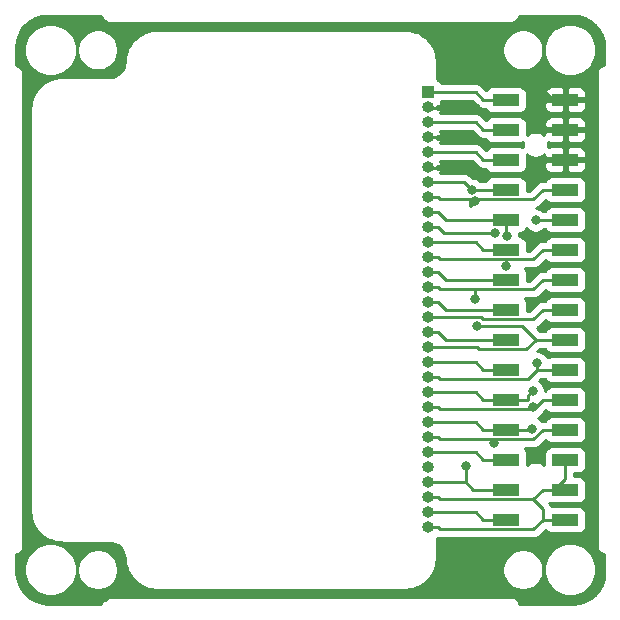
<source format=gbr>
G04 #@! TF.GenerationSoftware,KiCad,Pcbnew,5.1.2-f72e74a~84~ubuntu18.04.1*
G04 #@! TF.CreationDate,2019-07-12T15:09:15+09:00*
G04 #@! TF.ProjectId,top_pcb,746f705f-7063-4622-9e6b-696361645f70,rev?*
G04 #@! TF.SameCoordinates,Original*
G04 #@! TF.FileFunction,Copper,L1,Top*
G04 #@! TF.FilePolarity,Positive*
%FSLAX46Y46*%
G04 Gerber Fmt 4.6, Leading zero omitted, Abs format (unit mm)*
G04 Created by KiCad (PCBNEW 5.1.2-f72e74a~84~ubuntu18.04.1) date 2019-07-12 15:09:15*
%MOMM*%
%LPD*%
G04 APERTURE LIST*
%ADD10R,2.300000X1.000000*%
%ADD11R,1.000000X1.000000*%
%ADD12O,1.000000X1.000000*%
%ADD13C,0.800000*%
%ADD14C,0.250000*%
%ADD15C,0.254000*%
G04 APERTURE END LIST*
D10*
X141549000Y-57220000D03*
X146599000Y-57220000D03*
X141549000Y-59760000D03*
X146599000Y-59760000D03*
X141549000Y-62300000D03*
X146599000Y-62300000D03*
X141549000Y-64840000D03*
X146599000Y-64840000D03*
X141549000Y-67380000D03*
X146599000Y-67380000D03*
X141549000Y-69920000D03*
X146599000Y-69920000D03*
X141549000Y-72460000D03*
X146599000Y-72460000D03*
X141549000Y-75000000D03*
X146599000Y-75000000D03*
X141549000Y-77540000D03*
X146599000Y-77540000D03*
X141549000Y-80080000D03*
X146599000Y-80080000D03*
X141549000Y-82620000D03*
X146599000Y-82620000D03*
X141549000Y-85160000D03*
X146599000Y-85160000D03*
X141549000Y-87700000D03*
X146599000Y-87700000D03*
X141549000Y-90240000D03*
X146599000Y-90240000D03*
X141549000Y-92780000D03*
X146599000Y-92780000D03*
D11*
X135000000Y-56585000D03*
D12*
X135000000Y-57855000D03*
X135000000Y-59125000D03*
X135000000Y-60395000D03*
X135000000Y-61665000D03*
X135000000Y-62935000D03*
X135000000Y-64205000D03*
X135000000Y-65475000D03*
X135000000Y-66745000D03*
X135000000Y-68015000D03*
X135000000Y-69285000D03*
X135000000Y-70555000D03*
X135000000Y-71825000D03*
X135000000Y-73095000D03*
X135000000Y-74365000D03*
X135000000Y-75635000D03*
X135000000Y-76905000D03*
X135000000Y-78175000D03*
X135000000Y-79445000D03*
X135000000Y-80715000D03*
X135000000Y-81985000D03*
X135000000Y-83255000D03*
X135000000Y-84525000D03*
X135000000Y-85795000D03*
X135000000Y-87065000D03*
X135000000Y-88335000D03*
X135000000Y-89605000D03*
X135000000Y-90875000D03*
X135000000Y-92145000D03*
X135000000Y-93415000D03*
D13*
X137922000Y-62979300D03*
X138823700Y-60401200D03*
X139039600Y-57924700D03*
X143904163Y-55040424D03*
X144416310Y-94721210D03*
X106047125Y-99553165D03*
X106299000Y-50698400D03*
X138923433Y-65834545D03*
X140657300Y-68482800D03*
X144074000Y-67429500D03*
X141587400Y-71335400D03*
X138958500Y-74125000D03*
X139141200Y-76365100D03*
X144237200Y-79541500D03*
X143900600Y-83209500D03*
X140522600Y-86265300D03*
X138150500Y-88191800D03*
X143760500Y-85084700D03*
X143826800Y-81865500D03*
X141657600Y-68749900D03*
X138679700Y-64864700D03*
D14*
X135044300Y-62979300D02*
X135000000Y-62935000D01*
X137922000Y-62979300D02*
X135044300Y-62979300D01*
X135000000Y-60395000D02*
X138817500Y-60395000D01*
X138817500Y-60395000D02*
X138823700Y-60401200D01*
X135069700Y-57924700D02*
X135000000Y-57855000D01*
X139039600Y-57924700D02*
X135069700Y-57924700D01*
X146599000Y-57220000D02*
X145524000Y-57220000D01*
X143904163Y-55600163D02*
X143904163Y-55040424D01*
X145524000Y-57220000D02*
X143904163Y-55600163D01*
X144416310Y-94721210D02*
X139187390Y-94721210D01*
X139187390Y-94721210D02*
X134924800Y-98983800D01*
X110020100Y-98983800D02*
X109082834Y-98046533D01*
X134924800Y-98983800D02*
X110020100Y-98983800D01*
X107614085Y-99553165D02*
X106047125Y-99553165D01*
X109082834Y-98046533D02*
X109076898Y-98090352D01*
X109076898Y-98090352D02*
X107614085Y-99553165D01*
X138519600Y-65665300D02*
X136015600Y-65665300D01*
X136015600Y-65665300D02*
X135825300Y-65475000D01*
X144698700Y-64840000D02*
X143873400Y-65665300D01*
X143873400Y-65665300D02*
X138519600Y-65665300D01*
X146599000Y-64840000D02*
X144698700Y-64840000D01*
X135000000Y-65475000D02*
X135825300Y-65475000D01*
X138519600Y-65665300D02*
X138519600Y-66208700D01*
X138549278Y-66208700D02*
X138923433Y-65834545D01*
X138519600Y-66208700D02*
X138549278Y-66208700D01*
X135825300Y-68015000D02*
X136293100Y-68482800D01*
X136293100Y-68482800D02*
X140657300Y-68482800D01*
X135000000Y-68015000D02*
X135825300Y-68015000D01*
X146599000Y-67380000D02*
X144698700Y-67380000D01*
X144074000Y-67429500D02*
X144649200Y-67429500D01*
X144649200Y-67429500D02*
X144698700Y-67380000D01*
X141587400Y-70745400D02*
X136015700Y-70745400D01*
X136015700Y-70745400D02*
X135825300Y-70555000D01*
X144698700Y-69920000D02*
X143873300Y-70745400D01*
X143873300Y-70745400D02*
X141587400Y-70745400D01*
X141587400Y-70745400D02*
X141587400Y-71335400D01*
X135000000Y-70555000D02*
X135825300Y-70555000D01*
X146599000Y-69920000D02*
X144698700Y-69920000D01*
X138958500Y-73285300D02*
X143873400Y-73285300D01*
X143873400Y-73285300D02*
X144698700Y-72460000D01*
X135825300Y-73095000D02*
X136015600Y-73285300D01*
X136015600Y-73285300D02*
X138958500Y-73285300D01*
X138958500Y-73285300D02*
X138958500Y-74125000D01*
X146599000Y-72460000D02*
X144698700Y-72460000D01*
X135000000Y-73095000D02*
X135825300Y-73095000D01*
X144698700Y-75000000D02*
X143873400Y-75825300D01*
X143873400Y-75825300D02*
X139627200Y-75825300D01*
X139627200Y-75825300D02*
X139436900Y-75635000D01*
X139436900Y-75635000D02*
X135825300Y-75635000D01*
X146599000Y-75000000D02*
X144698700Y-75000000D01*
X135000000Y-75635000D02*
X135825300Y-75635000D01*
X144119400Y-77532000D02*
X143286100Y-78365300D01*
X143286100Y-78365300D02*
X139291800Y-78365300D01*
X139291800Y-78365300D02*
X139101500Y-78175000D01*
X139101500Y-78175000D02*
X135825300Y-78175000D01*
X144119400Y-77532000D02*
X142952500Y-76365100D01*
X142952500Y-76365100D02*
X139141200Y-76365100D01*
X144698700Y-77540000D02*
X144127400Y-77540000D01*
X144127400Y-77540000D02*
X144119400Y-77532000D01*
X146599000Y-77540000D02*
X144698700Y-77540000D01*
X135000000Y-78175000D02*
X135825300Y-78175000D01*
X144237200Y-80080000D02*
X144237200Y-79541500D01*
X135825300Y-80715000D02*
X136015600Y-80905300D01*
X136015600Y-80905300D02*
X143411900Y-80905300D01*
X143411900Y-80905300D02*
X144237200Y-80080000D01*
X144698700Y-80080000D02*
X144237200Y-80080000D01*
X146599000Y-80080000D02*
X144698700Y-80080000D01*
X135000000Y-80715000D02*
X135825300Y-80715000D01*
X144698700Y-82620000D02*
X144109200Y-83209500D01*
X144109200Y-83209500D02*
X143900600Y-83209500D01*
X135825300Y-83255000D02*
X136015600Y-83445300D01*
X136015600Y-83445300D02*
X143664800Y-83445300D01*
X143664800Y-83445300D02*
X143900600Y-83209500D01*
X146599000Y-82620000D02*
X144698700Y-82620000D01*
X135000000Y-83255000D02*
X135825300Y-83255000D01*
X140522600Y-85985300D02*
X143885700Y-85985300D01*
X143885700Y-85985300D02*
X144698700Y-85172300D01*
X144698700Y-85172300D02*
X144698700Y-85160000D01*
X135825300Y-85795000D02*
X136015600Y-85985300D01*
X136015600Y-85985300D02*
X140522600Y-85985300D01*
X140522600Y-85985300D02*
X140522600Y-86265300D01*
X146599000Y-85160000D02*
X144698700Y-85160000D01*
X135000000Y-85795000D02*
X135825300Y-85795000D01*
X143873400Y-91065300D02*
X136015600Y-91065300D01*
X136015600Y-91065300D02*
X135825300Y-90875000D01*
X144698700Y-90240000D02*
X143873400Y-91065300D01*
X143873400Y-91065300D02*
X144698700Y-91890600D01*
X144698700Y-91890600D02*
X144698700Y-92780000D01*
X146599000Y-92780000D02*
X144698700Y-92780000D01*
X135000000Y-93415000D02*
X135825300Y-93415000D01*
X135825300Y-93415000D02*
X136015600Y-93605300D01*
X136015600Y-93605300D02*
X143873400Y-93605300D01*
X143873400Y-93605300D02*
X144698700Y-92780000D01*
X145648900Y-90240000D02*
X146599000Y-89289900D01*
X146599000Y-89289900D02*
X146599000Y-87700000D01*
X145648900Y-90240000D02*
X144698700Y-90240000D01*
X146599000Y-90240000D02*
X145648900Y-90240000D01*
X135000000Y-90875000D02*
X135825300Y-90875000D01*
X141549000Y-92780000D02*
X139648700Y-92780000D01*
X135000000Y-92145000D02*
X139013700Y-92145000D01*
X139013700Y-92145000D02*
X139648700Y-92780000D01*
X138150500Y-89605000D02*
X135825300Y-89605000D01*
X141549000Y-90240000D02*
X138785500Y-90240000D01*
X138785500Y-90240000D02*
X138150500Y-89605000D01*
X138150500Y-89605000D02*
X138150500Y-88191800D01*
X135000000Y-89605000D02*
X135825300Y-89605000D01*
X139648700Y-87700000D02*
X139013700Y-87065000D01*
X139013700Y-87065000D02*
X135000000Y-87065000D01*
X141549000Y-87700000D02*
X139648700Y-87700000D01*
X141549000Y-85160000D02*
X139648700Y-85160000D01*
X135000000Y-84525000D02*
X139013700Y-84525000D01*
X139013700Y-84525000D02*
X139648700Y-85160000D01*
X141549000Y-85160000D02*
X143685200Y-85160000D01*
X143685200Y-85160000D02*
X143760500Y-85084700D01*
X141549000Y-82620000D02*
X139648700Y-82620000D01*
X135000000Y-81985000D02*
X139013700Y-81985000D01*
X139013700Y-81985000D02*
X139648700Y-82620000D01*
X141549000Y-82620000D02*
X143449300Y-82620000D01*
X143449300Y-82620000D02*
X143449300Y-82243000D01*
X143449300Y-82243000D02*
X143826800Y-81865500D01*
X141549000Y-80080000D02*
X139648700Y-80080000D01*
X135000000Y-79445000D02*
X139013700Y-79445000D01*
X139013700Y-79445000D02*
X139648700Y-80080000D01*
X135000000Y-76905000D02*
X135825300Y-76905000D01*
X135825300Y-76905000D02*
X136460300Y-77540000D01*
X136460300Y-77540000D02*
X139648700Y-77540000D01*
X141549000Y-77540000D02*
X139648700Y-77540000D01*
X135000000Y-74365000D02*
X135825300Y-74365000D01*
X141549000Y-75000000D02*
X136460300Y-75000000D01*
X136460300Y-75000000D02*
X135825300Y-74365000D01*
X135000000Y-71825000D02*
X135825300Y-71825000D01*
X135825300Y-71825000D02*
X136460300Y-72460000D01*
X136460300Y-72460000D02*
X139648700Y-72460000D01*
X141549000Y-72460000D02*
X139648700Y-72460000D01*
X141549000Y-67380000D02*
X141549000Y-68641300D01*
X141549000Y-68641300D02*
X141657600Y-68749900D01*
X141343700Y-67380000D02*
X141549000Y-67380000D01*
X135000000Y-66745000D02*
X135825300Y-66745000D01*
X135825300Y-66745000D02*
X136460300Y-67380000D01*
X136460300Y-67380000D02*
X139648700Y-67380000D01*
X141343700Y-67380000D02*
X139648700Y-67380000D01*
X141549000Y-64840000D02*
X139648700Y-64840000D01*
X138679700Y-64852300D02*
X139636400Y-64852300D01*
X139636400Y-64852300D02*
X139648700Y-64840000D01*
X138679700Y-64852300D02*
X138032400Y-64205000D01*
X138032400Y-64205000D02*
X135825300Y-64205000D01*
X135000000Y-64205000D02*
X135825300Y-64205000D01*
X138679700Y-64864700D02*
X138679700Y-64852300D01*
X141549000Y-62300000D02*
X139648700Y-62300000D01*
X135000000Y-61665000D02*
X139013700Y-61665000D01*
X139013700Y-61665000D02*
X139648700Y-62300000D01*
X141549000Y-59760000D02*
X139648700Y-59760000D01*
X135000000Y-59125000D02*
X139013700Y-59125000D01*
X139013700Y-59125000D02*
X139648700Y-59760000D01*
X141549000Y-57220000D02*
X139648700Y-57220000D01*
X135000000Y-56585000D02*
X139013700Y-56585000D01*
X139013700Y-56585000D02*
X139648700Y-57220000D01*
X139648700Y-69920000D02*
X139013700Y-69285000D01*
X139013700Y-69285000D02*
X135825300Y-69285000D01*
X141549000Y-69920000D02*
X139648700Y-69920000D01*
X135000000Y-69285000D02*
X135825300Y-69285000D01*
D15*
G36*
X107300273Y-50139184D02*
G01*
X107340872Y-50273020D01*
X107406800Y-50396363D01*
X107495525Y-50504475D01*
X107575128Y-50569803D01*
X107603637Y-50593200D01*
X107726980Y-50659128D01*
X107860816Y-50699727D01*
X108000000Y-50713435D01*
X108034877Y-50710000D01*
X141965123Y-50710000D01*
X142000000Y-50713435D01*
X142034877Y-50710000D01*
X142139184Y-50699727D01*
X142273020Y-50659128D01*
X142396363Y-50593200D01*
X142504475Y-50504475D01*
X142593200Y-50396363D01*
X142659128Y-50273020D01*
X142699727Y-50139184D01*
X142702187Y-50114200D01*
X147208106Y-50114200D01*
X147721830Y-50164571D01*
X148223785Y-50316120D01*
X148686737Y-50562276D01*
X149093069Y-50893673D01*
X149427287Y-51297672D01*
X149676672Y-51758898D01*
X149831722Y-52259785D01*
X149847300Y-52408001D01*
X149847300Y-54278248D01*
X149717367Y-54317663D01*
X149589680Y-54385913D01*
X149477762Y-54477763D01*
X149385913Y-54589681D01*
X149317663Y-54717368D01*
X149275635Y-54855916D01*
X149265000Y-54963896D01*
X149265001Y-95036105D01*
X149275636Y-95144085D01*
X149317664Y-95282633D01*
X149385914Y-95410320D01*
X149477763Y-95522238D01*
X149589681Y-95614087D01*
X149717368Y-95682337D01*
X149847300Y-95721751D01*
X149847300Y-97700771D01*
X149837335Y-97802403D01*
X149691427Y-98285673D01*
X149454429Y-98731402D01*
X149135371Y-99122604D01*
X148746407Y-99444384D01*
X148302348Y-99684485D01*
X147820102Y-99833765D01*
X147285071Y-99890000D01*
X142702601Y-99890000D01*
X142699727Y-99860816D01*
X142659128Y-99726980D01*
X142593200Y-99603637D01*
X142504475Y-99495525D01*
X142396363Y-99406800D01*
X142273020Y-99340872D01*
X142139184Y-99300273D01*
X142034877Y-99290000D01*
X142000000Y-99286565D01*
X141965123Y-99290000D01*
X108034877Y-99290000D01*
X108000000Y-99286565D01*
X107965123Y-99290000D01*
X107860816Y-99300273D01*
X107726980Y-99340872D01*
X107603637Y-99406800D01*
X107495525Y-99495525D01*
X107406800Y-99603637D01*
X107340872Y-99726980D01*
X107300273Y-99860816D01*
X107297399Y-99890000D01*
X102834720Y-99890000D01*
X102278169Y-99835429D01*
X101776219Y-99683881D01*
X101313262Y-99437723D01*
X100906932Y-99106329D01*
X100572713Y-98702328D01*
X100323326Y-98241097D01*
X100168278Y-97740215D01*
X100119211Y-97273367D01*
X100117965Y-96779872D01*
X100765000Y-96779872D01*
X100765000Y-97220128D01*
X100850890Y-97651925D01*
X101019369Y-98058669D01*
X101263962Y-98424729D01*
X101575271Y-98736038D01*
X101941331Y-98980631D01*
X102348075Y-99149110D01*
X102779872Y-99235000D01*
X103220128Y-99235000D01*
X103651925Y-99149110D01*
X104058669Y-98980631D01*
X104424729Y-98736038D01*
X104736038Y-98424729D01*
X104980631Y-98058669D01*
X105149110Y-97651925D01*
X105235000Y-97220128D01*
X105235000Y-96829117D01*
X105265000Y-96829117D01*
X105265000Y-97170883D01*
X105331675Y-97506081D01*
X105462463Y-97821831D01*
X105652337Y-98105998D01*
X105894002Y-98347663D01*
X106178169Y-98537537D01*
X106493919Y-98668325D01*
X106829117Y-98735000D01*
X107170883Y-98735000D01*
X107506081Y-98668325D01*
X107821831Y-98537537D01*
X108105998Y-98347663D01*
X108347663Y-98105998D01*
X108537537Y-97821831D01*
X108668325Y-97506081D01*
X108735000Y-97170883D01*
X108735000Y-96829117D01*
X108668325Y-96493919D01*
X108537537Y-96178169D01*
X108347663Y-95894002D01*
X108105998Y-95652337D01*
X107821831Y-95462463D01*
X107506081Y-95331675D01*
X107170883Y-95265000D01*
X106829117Y-95265000D01*
X106493919Y-95331675D01*
X106178169Y-95462463D01*
X105894002Y-95652337D01*
X105652337Y-95894002D01*
X105462463Y-96178169D01*
X105331675Y-96493919D01*
X105265000Y-96829117D01*
X105235000Y-96829117D01*
X105235000Y-96779872D01*
X105149110Y-96348075D01*
X104980631Y-95941331D01*
X104736038Y-95575271D01*
X104424729Y-95263962D01*
X104058669Y-95019369D01*
X103651925Y-94850890D01*
X103220128Y-94765000D01*
X102779872Y-94765000D01*
X102348075Y-94850890D01*
X101941331Y-95019369D01*
X101575271Y-95263962D01*
X101263962Y-95575271D01*
X101019369Y-95941331D01*
X100850890Y-96348075D01*
X100765000Y-96779872D01*
X100117965Y-96779872D01*
X100115243Y-95702085D01*
X100139184Y-95699727D01*
X100273020Y-95659128D01*
X100396363Y-95593200D01*
X100504475Y-95504475D01*
X100593200Y-95396363D01*
X100659128Y-95273020D01*
X100699727Y-95139184D01*
X100713435Y-95000000D01*
X100710000Y-94965123D01*
X100710000Y-57965124D01*
X101290000Y-57965124D01*
X101290001Y-92034877D01*
X101293058Y-92065912D01*
X101292971Y-92078313D01*
X101293939Y-92088179D01*
X101334739Y-92476371D01*
X101347677Y-92539396D01*
X101359737Y-92602618D01*
X101362602Y-92612109D01*
X101478026Y-92984983D01*
X101502960Y-93044299D01*
X101527069Y-93103971D01*
X101531723Y-93112724D01*
X101717374Y-93456079D01*
X101753356Y-93509424D01*
X101788596Y-93563276D01*
X101794861Y-93570958D01*
X102043668Y-93871713D01*
X102089323Y-93917050D01*
X102134353Y-93963033D01*
X102141991Y-93969351D01*
X102444476Y-94216052D01*
X102498041Y-94251640D01*
X102551171Y-94288020D01*
X102559891Y-94292734D01*
X102904533Y-94475984D01*
X102963995Y-94500492D01*
X103023177Y-94525858D01*
X103032647Y-94528789D01*
X103406318Y-94641607D01*
X103469456Y-94654108D01*
X103532388Y-94667485D01*
X103542247Y-94668521D01*
X103929984Y-94706539D01*
X103965123Y-94710000D01*
X107965279Y-94710000D01*
X108249899Y-94737907D01*
X108490285Y-94810484D01*
X108711991Y-94928368D01*
X108906577Y-95087068D01*
X109066635Y-95280545D01*
X109186064Y-95501424D01*
X109260317Y-95741297D01*
X109293143Y-96053623D01*
X109292971Y-96078313D01*
X109293939Y-96088179D01*
X109334739Y-96476371D01*
X109347677Y-96539396D01*
X109359737Y-96602618D01*
X109362602Y-96612109D01*
X109478026Y-96984983D01*
X109502960Y-97044299D01*
X109527069Y-97103971D01*
X109531723Y-97112724D01*
X109717374Y-97456079D01*
X109753356Y-97509424D01*
X109788596Y-97563276D01*
X109794861Y-97570958D01*
X110043668Y-97871713D01*
X110089323Y-97917050D01*
X110134353Y-97963033D01*
X110141991Y-97969351D01*
X110444476Y-98216052D01*
X110498041Y-98251640D01*
X110551171Y-98288020D01*
X110559891Y-98292734D01*
X110904533Y-98475984D01*
X110963995Y-98500492D01*
X111023177Y-98525858D01*
X111032647Y-98528789D01*
X111406318Y-98641607D01*
X111469456Y-98654108D01*
X111532388Y-98667485D01*
X111542247Y-98668521D01*
X111929984Y-98706539D01*
X111965123Y-98710000D01*
X133034877Y-98710000D01*
X133065921Y-98706943D01*
X133078313Y-98707029D01*
X133088179Y-98706061D01*
X133476371Y-98665261D01*
X133539396Y-98652323D01*
X133602618Y-98640263D01*
X133612109Y-98637398D01*
X133984983Y-98521974D01*
X134044299Y-98497040D01*
X134103971Y-98472931D01*
X134112724Y-98468277D01*
X134456079Y-98282626D01*
X134509424Y-98246644D01*
X134563276Y-98211404D01*
X134570958Y-98205139D01*
X134871713Y-97956332D01*
X134917050Y-97910677D01*
X134963033Y-97865647D01*
X134969351Y-97858009D01*
X135216052Y-97555524D01*
X135251640Y-97501959D01*
X135288020Y-97448829D01*
X135292734Y-97440109D01*
X135475984Y-97095467D01*
X135500492Y-97036005D01*
X135525858Y-96976823D01*
X135528789Y-96967353D01*
X135570524Y-96829117D01*
X141265000Y-96829117D01*
X141265000Y-97170883D01*
X141331675Y-97506081D01*
X141462463Y-97821831D01*
X141652337Y-98105998D01*
X141894002Y-98347663D01*
X142178169Y-98537537D01*
X142493919Y-98668325D01*
X142829117Y-98735000D01*
X143170883Y-98735000D01*
X143506081Y-98668325D01*
X143821831Y-98537537D01*
X144105998Y-98347663D01*
X144347663Y-98105998D01*
X144537537Y-97821831D01*
X144668325Y-97506081D01*
X144735000Y-97170883D01*
X144735000Y-96829117D01*
X144725205Y-96779872D01*
X144765000Y-96779872D01*
X144765000Y-97220128D01*
X144850890Y-97651925D01*
X145019369Y-98058669D01*
X145263962Y-98424729D01*
X145575271Y-98736038D01*
X145941331Y-98980631D01*
X146348075Y-99149110D01*
X146779872Y-99235000D01*
X147220128Y-99235000D01*
X147651925Y-99149110D01*
X148058669Y-98980631D01*
X148424729Y-98736038D01*
X148736038Y-98424729D01*
X148980631Y-98058669D01*
X149149110Y-97651925D01*
X149235000Y-97220128D01*
X149235000Y-96779872D01*
X149149110Y-96348075D01*
X148980631Y-95941331D01*
X148736038Y-95575271D01*
X148424729Y-95263962D01*
X148058669Y-95019369D01*
X147651925Y-94850890D01*
X147220128Y-94765000D01*
X146779872Y-94765000D01*
X146348075Y-94850890D01*
X145941331Y-95019369D01*
X145575271Y-95263962D01*
X145263962Y-95575271D01*
X145019369Y-95941331D01*
X144850890Y-96348075D01*
X144765000Y-96779872D01*
X144725205Y-96779872D01*
X144668325Y-96493919D01*
X144537537Y-96178169D01*
X144347663Y-95894002D01*
X144105998Y-95652337D01*
X143821831Y-95462463D01*
X143506081Y-95331675D01*
X143170883Y-95265000D01*
X142829117Y-95265000D01*
X142493919Y-95331675D01*
X142178169Y-95462463D01*
X141894002Y-95652337D01*
X141652337Y-95894002D01*
X141462463Y-96178169D01*
X141331675Y-96493919D01*
X141265000Y-96829117D01*
X135570524Y-96829117D01*
X135641607Y-96593682D01*
X135654108Y-96530544D01*
X135667485Y-96467612D01*
X135668521Y-96457753D01*
X135706611Y-96069284D01*
X135710000Y-96034877D01*
X135710000Y-94303709D01*
X135723353Y-94310846D01*
X135866614Y-94354303D01*
X135978267Y-94365300D01*
X135978277Y-94365300D01*
X136015600Y-94368976D01*
X136052923Y-94365300D01*
X143836078Y-94365300D01*
X143873400Y-94368976D01*
X143910722Y-94365300D01*
X143910733Y-94365300D01*
X144022386Y-94354303D01*
X144165647Y-94310846D01*
X144297676Y-94240274D01*
X144413401Y-94145301D01*
X144437203Y-94116298D01*
X144918709Y-93634793D01*
X144997815Y-93731185D01*
X145094506Y-93810537D01*
X145204820Y-93869502D01*
X145324518Y-93905812D01*
X145449000Y-93918072D01*
X147749000Y-93918072D01*
X147873482Y-93905812D01*
X147993180Y-93869502D01*
X148103494Y-93810537D01*
X148200185Y-93731185D01*
X148279537Y-93634494D01*
X148338502Y-93524180D01*
X148374812Y-93404482D01*
X148387072Y-93280000D01*
X148387072Y-92280000D01*
X148374812Y-92155518D01*
X148338502Y-92035820D01*
X148279537Y-91925506D01*
X148200185Y-91828815D01*
X148103494Y-91749463D01*
X147993180Y-91690498D01*
X147873482Y-91654188D01*
X147749000Y-91641928D01*
X145449000Y-91641928D01*
X145418379Y-91644944D01*
X145404246Y-91598353D01*
X145333674Y-91466324D01*
X145311622Y-91439454D01*
X145262499Y-91379596D01*
X145262495Y-91379592D01*
X145238701Y-91350599D01*
X145217787Y-91333436D01*
X145324518Y-91365812D01*
X145449000Y-91378072D01*
X147749000Y-91378072D01*
X147873482Y-91365812D01*
X147993180Y-91329502D01*
X148103494Y-91270537D01*
X148200185Y-91191185D01*
X148279537Y-91094494D01*
X148338502Y-90984180D01*
X148374812Y-90864482D01*
X148387072Y-90740000D01*
X148387072Y-89740000D01*
X148374812Y-89615518D01*
X148338502Y-89495820D01*
X148279537Y-89385506D01*
X148200185Y-89288815D01*
X148103494Y-89209463D01*
X147993180Y-89150498D01*
X147873482Y-89114188D01*
X147749000Y-89101928D01*
X147359000Y-89101928D01*
X147359000Y-88838072D01*
X147749000Y-88838072D01*
X147873482Y-88825812D01*
X147993180Y-88789502D01*
X148103494Y-88730537D01*
X148200185Y-88651185D01*
X148279537Y-88554494D01*
X148338502Y-88444180D01*
X148374812Y-88324482D01*
X148387072Y-88200000D01*
X148387072Y-87200000D01*
X148374812Y-87075518D01*
X148338502Y-86955820D01*
X148279537Y-86845506D01*
X148200185Y-86748815D01*
X148103494Y-86669463D01*
X147993180Y-86610498D01*
X147873482Y-86574188D01*
X147749000Y-86561928D01*
X145449000Y-86561928D01*
X145324518Y-86574188D01*
X145204820Y-86610498D01*
X145094506Y-86669463D01*
X144997815Y-86748815D01*
X144918463Y-86845506D01*
X144859498Y-86955820D01*
X144823188Y-87075518D01*
X144810928Y-87200000D01*
X144810928Y-88172506D01*
X144765647Y-88127225D01*
X144587940Y-88008485D01*
X144390483Y-87926696D01*
X144180863Y-87885000D01*
X143967137Y-87885000D01*
X143757517Y-87926696D01*
X143560060Y-88008485D01*
X143382353Y-88127225D01*
X143337072Y-88172506D01*
X143337072Y-87200000D01*
X143324812Y-87075518D01*
X143288502Y-86955820D01*
X143229537Y-86845506D01*
X143150185Y-86748815D01*
X143145902Y-86745300D01*
X143848378Y-86745300D01*
X143885700Y-86748976D01*
X143923022Y-86745300D01*
X143923033Y-86745300D01*
X144034686Y-86734303D01*
X144177947Y-86690846D01*
X144309976Y-86620274D01*
X144425701Y-86525301D01*
X144449503Y-86496298D01*
X144924253Y-86021549D01*
X144997815Y-86111185D01*
X145094506Y-86190537D01*
X145204820Y-86249502D01*
X145324518Y-86285812D01*
X145449000Y-86298072D01*
X147749000Y-86298072D01*
X147873482Y-86285812D01*
X147993180Y-86249502D01*
X148103494Y-86190537D01*
X148200185Y-86111185D01*
X148279537Y-86014494D01*
X148338502Y-85904180D01*
X148374812Y-85784482D01*
X148387072Y-85660000D01*
X148387072Y-84660000D01*
X148374812Y-84535518D01*
X148338502Y-84415820D01*
X148279537Y-84305506D01*
X148200185Y-84208815D01*
X148103494Y-84129463D01*
X147993180Y-84070498D01*
X147873482Y-84034188D01*
X147749000Y-84021928D01*
X145449000Y-84021928D01*
X145324518Y-84034188D01*
X145204820Y-84070498D01*
X145094506Y-84129463D01*
X144997815Y-84208815D01*
X144918463Y-84305506D01*
X144867954Y-84400000D01*
X144736033Y-84400000D01*
X144698700Y-84396323D01*
X144661367Y-84400000D01*
X144550437Y-84410926D01*
X144420274Y-84280763D01*
X144266685Y-84178139D01*
X144390856Y-84126705D01*
X144560374Y-84013437D01*
X144704537Y-83869274D01*
X144817805Y-83699756D01*
X144895826Y-83511398D01*
X144899233Y-83494268D01*
X144918708Y-83474793D01*
X144997815Y-83571185D01*
X145094506Y-83650537D01*
X145204820Y-83709502D01*
X145324518Y-83745812D01*
X145449000Y-83758072D01*
X147749000Y-83758072D01*
X147873482Y-83745812D01*
X147993180Y-83709502D01*
X148103494Y-83650537D01*
X148200185Y-83571185D01*
X148279537Y-83474494D01*
X148338502Y-83364180D01*
X148374812Y-83244482D01*
X148387072Y-83120000D01*
X148387072Y-82120000D01*
X148374812Y-81995518D01*
X148338502Y-81875820D01*
X148279537Y-81765506D01*
X148200185Y-81668815D01*
X148103494Y-81589463D01*
X147993180Y-81530498D01*
X147873482Y-81494188D01*
X147749000Y-81481928D01*
X145449000Y-81481928D01*
X145324518Y-81494188D01*
X145204820Y-81530498D01*
X145094506Y-81589463D01*
X144997815Y-81668815D01*
X144918463Y-81765506D01*
X144867954Y-81860000D01*
X144861800Y-81860000D01*
X144861800Y-81763561D01*
X144822026Y-81563602D01*
X144744005Y-81375244D01*
X144630737Y-81205726D01*
X144486574Y-81061563D01*
X144392978Y-80999024D01*
X144552002Y-80840000D01*
X144867954Y-80840000D01*
X144918463Y-80934494D01*
X144997815Y-81031185D01*
X145094506Y-81110537D01*
X145204820Y-81169502D01*
X145324518Y-81205812D01*
X145449000Y-81218072D01*
X147749000Y-81218072D01*
X147873482Y-81205812D01*
X147993180Y-81169502D01*
X148103494Y-81110537D01*
X148200185Y-81031185D01*
X148279537Y-80934494D01*
X148338502Y-80824180D01*
X148374812Y-80704482D01*
X148387072Y-80580000D01*
X148387072Y-79580000D01*
X148374812Y-79455518D01*
X148338502Y-79335820D01*
X148279537Y-79225506D01*
X148200185Y-79128815D01*
X148103494Y-79049463D01*
X147993180Y-78990498D01*
X147873482Y-78954188D01*
X147749000Y-78941928D01*
X145449000Y-78941928D01*
X145324518Y-78954188D01*
X145204820Y-78990498D01*
X145137765Y-79026340D01*
X145041137Y-78881726D01*
X144896974Y-78737563D01*
X144727456Y-78624295D01*
X144539098Y-78546274D01*
X144339139Y-78506500D01*
X144219701Y-78506500D01*
X144426202Y-78300000D01*
X144867954Y-78300000D01*
X144918463Y-78394494D01*
X144997815Y-78491185D01*
X145094506Y-78570537D01*
X145204820Y-78629502D01*
X145324518Y-78665812D01*
X145449000Y-78678072D01*
X147749000Y-78678072D01*
X147873482Y-78665812D01*
X147993180Y-78629502D01*
X148103494Y-78570537D01*
X148200185Y-78491185D01*
X148279537Y-78394494D01*
X148338502Y-78284180D01*
X148374812Y-78164482D01*
X148387072Y-78040000D01*
X148387072Y-77040000D01*
X148374812Y-76915518D01*
X148338502Y-76795820D01*
X148279537Y-76685506D01*
X148200185Y-76588815D01*
X148103494Y-76509463D01*
X147993180Y-76450498D01*
X147873482Y-76414188D01*
X147749000Y-76401928D01*
X145449000Y-76401928D01*
X145324518Y-76414188D01*
X145204820Y-76450498D01*
X145094506Y-76509463D01*
X144997815Y-76588815D01*
X144918463Y-76685506D01*
X144867954Y-76780000D01*
X144442202Y-76780000D01*
X144183503Y-76521302D01*
X144297676Y-76460274D01*
X144413401Y-76365301D01*
X144437203Y-76336298D01*
X144918709Y-75854793D01*
X144997815Y-75951185D01*
X145094506Y-76030537D01*
X145204820Y-76089502D01*
X145324518Y-76125812D01*
X145449000Y-76138072D01*
X147749000Y-76138072D01*
X147873482Y-76125812D01*
X147993180Y-76089502D01*
X148103494Y-76030537D01*
X148200185Y-75951185D01*
X148279537Y-75854494D01*
X148338502Y-75744180D01*
X148374812Y-75624482D01*
X148387072Y-75500000D01*
X148387072Y-74500000D01*
X148374812Y-74375518D01*
X148338502Y-74255820D01*
X148279537Y-74145506D01*
X148200185Y-74048815D01*
X148103494Y-73969463D01*
X147993180Y-73910498D01*
X147873482Y-73874188D01*
X147749000Y-73861928D01*
X145449000Y-73861928D01*
X145324518Y-73874188D01*
X145204820Y-73910498D01*
X145094506Y-73969463D01*
X144997815Y-74048815D01*
X144918463Y-74145506D01*
X144867954Y-74240000D01*
X144736022Y-74240000D01*
X144698699Y-74236324D01*
X144661376Y-74240000D01*
X144661367Y-74240000D01*
X144549714Y-74250997D01*
X144406453Y-74294454D01*
X144274424Y-74365026D01*
X144274422Y-74365027D01*
X144274423Y-74365027D01*
X144187696Y-74436201D01*
X144187692Y-74436205D01*
X144158699Y-74459999D01*
X144134905Y-74488992D01*
X143558598Y-75065300D01*
X143337072Y-75065300D01*
X143337072Y-74500000D01*
X143324812Y-74375518D01*
X143288502Y-74255820D01*
X143229537Y-74145506D01*
X143150185Y-74048815D01*
X143145902Y-74045300D01*
X143836078Y-74045300D01*
X143873400Y-74048976D01*
X143910722Y-74045300D01*
X143910733Y-74045300D01*
X144022386Y-74034303D01*
X144165647Y-73990846D01*
X144297676Y-73920274D01*
X144413401Y-73825301D01*
X144437203Y-73796298D01*
X144918709Y-73314793D01*
X144997815Y-73411185D01*
X145094506Y-73490537D01*
X145204820Y-73549502D01*
X145324518Y-73585812D01*
X145449000Y-73598072D01*
X147749000Y-73598072D01*
X147873482Y-73585812D01*
X147993180Y-73549502D01*
X148103494Y-73490537D01*
X148200185Y-73411185D01*
X148279537Y-73314494D01*
X148338502Y-73204180D01*
X148374812Y-73084482D01*
X148387072Y-72960000D01*
X148387072Y-71960000D01*
X148374812Y-71835518D01*
X148338502Y-71715820D01*
X148279537Y-71605506D01*
X148200185Y-71508815D01*
X148103494Y-71429463D01*
X147993180Y-71370498D01*
X147873482Y-71334188D01*
X147749000Y-71321928D01*
X145449000Y-71321928D01*
X145324518Y-71334188D01*
X145204820Y-71370498D01*
X145094506Y-71429463D01*
X144997815Y-71508815D01*
X144918463Y-71605506D01*
X144867954Y-71700000D01*
X144736022Y-71700000D01*
X144698699Y-71696324D01*
X144661376Y-71700000D01*
X144661367Y-71700000D01*
X144549714Y-71710997D01*
X144406453Y-71754454D01*
X144274424Y-71825026D01*
X144261639Y-71835518D01*
X144187696Y-71896201D01*
X144187692Y-71896205D01*
X144158699Y-71919999D01*
X144134905Y-71948992D01*
X143558598Y-72525300D01*
X143337072Y-72525300D01*
X143337072Y-71960000D01*
X143324812Y-71835518D01*
X143288502Y-71715820D01*
X143229537Y-71605506D01*
X143150185Y-71508815D01*
X143146024Y-71505400D01*
X143835978Y-71505400D01*
X143873300Y-71509076D01*
X143910622Y-71505400D01*
X143910633Y-71505400D01*
X144022286Y-71494403D01*
X144165547Y-71450946D01*
X144297576Y-71380374D01*
X144413301Y-71285401D01*
X144437103Y-71256398D01*
X144918708Y-70774793D01*
X144997815Y-70871185D01*
X145094506Y-70950537D01*
X145204820Y-71009502D01*
X145324518Y-71045812D01*
X145449000Y-71058072D01*
X147749000Y-71058072D01*
X147873482Y-71045812D01*
X147993180Y-71009502D01*
X148103494Y-70950537D01*
X148200185Y-70871185D01*
X148279537Y-70774494D01*
X148338502Y-70664180D01*
X148374812Y-70544482D01*
X148387072Y-70420000D01*
X148387072Y-69420000D01*
X148374812Y-69295518D01*
X148338502Y-69175820D01*
X148279537Y-69065506D01*
X148200185Y-68968815D01*
X148103494Y-68889463D01*
X147993180Y-68830498D01*
X147873482Y-68794188D01*
X147749000Y-68781928D01*
X145449000Y-68781928D01*
X145324518Y-68794188D01*
X145204820Y-68830498D01*
X145094506Y-68889463D01*
X144997815Y-68968815D01*
X144918463Y-69065506D01*
X144867954Y-69160000D01*
X144736023Y-69160000D01*
X144698700Y-69156324D01*
X144661377Y-69160000D01*
X144661367Y-69160000D01*
X144549714Y-69170997D01*
X144406453Y-69214454D01*
X144274423Y-69285026D01*
X144199096Y-69346846D01*
X144158699Y-69379999D01*
X144134901Y-69408997D01*
X143558499Y-69985400D01*
X143337072Y-69985400D01*
X143337072Y-69420000D01*
X143324812Y-69295518D01*
X143288502Y-69175820D01*
X143229537Y-69065506D01*
X143150185Y-68968815D01*
X143053494Y-68889463D01*
X142943180Y-68830498D01*
X142823482Y-68794188D01*
X142699000Y-68781928D01*
X142692600Y-68781928D01*
X142692600Y-68647961D01*
X142666764Y-68518072D01*
X142699000Y-68518072D01*
X142823482Y-68505812D01*
X142943180Y-68469502D01*
X143053494Y-68410537D01*
X143150185Y-68331185D01*
X143229537Y-68234494D01*
X143288502Y-68124180D01*
X143292335Y-68111546D01*
X143414226Y-68233437D01*
X143583744Y-68346705D01*
X143772102Y-68424726D01*
X143972061Y-68464500D01*
X144175939Y-68464500D01*
X144375898Y-68424726D01*
X144564256Y-68346705D01*
X144733774Y-68233437D01*
X144787672Y-68179539D01*
X144798186Y-68178503D01*
X144875929Y-68154920D01*
X144918463Y-68234494D01*
X144997815Y-68331185D01*
X145094506Y-68410537D01*
X145204820Y-68469502D01*
X145324518Y-68505812D01*
X145449000Y-68518072D01*
X147749000Y-68518072D01*
X147873482Y-68505812D01*
X147993180Y-68469502D01*
X148103494Y-68410537D01*
X148200185Y-68331185D01*
X148279537Y-68234494D01*
X148338502Y-68124180D01*
X148374812Y-68004482D01*
X148387072Y-67880000D01*
X148387072Y-66880000D01*
X148374812Y-66755518D01*
X148338502Y-66635820D01*
X148279537Y-66525506D01*
X148200185Y-66428815D01*
X148103494Y-66349463D01*
X147993180Y-66290498D01*
X147873482Y-66254188D01*
X147749000Y-66241928D01*
X145449000Y-66241928D01*
X145324518Y-66254188D01*
X145204820Y-66290498D01*
X145094506Y-66349463D01*
X144997815Y-66428815D01*
X144918463Y-66525506D01*
X144867954Y-66620000D01*
X144736033Y-66620000D01*
X144723618Y-66618777D01*
X144564256Y-66512295D01*
X144375898Y-66434274D01*
X144175939Y-66394500D01*
X144087669Y-66394500D01*
X144165647Y-66370846D01*
X144297676Y-66300274D01*
X144413401Y-66205301D01*
X144437203Y-66176298D01*
X144918709Y-65694793D01*
X144997815Y-65791185D01*
X145094506Y-65870537D01*
X145204820Y-65929502D01*
X145324518Y-65965812D01*
X145449000Y-65978072D01*
X147749000Y-65978072D01*
X147873482Y-65965812D01*
X147993180Y-65929502D01*
X148103494Y-65870537D01*
X148200185Y-65791185D01*
X148279537Y-65694494D01*
X148338502Y-65584180D01*
X148374812Y-65464482D01*
X148387072Y-65340000D01*
X148387072Y-64340000D01*
X148374812Y-64215518D01*
X148338502Y-64095820D01*
X148279537Y-63985506D01*
X148200185Y-63888815D01*
X148103494Y-63809463D01*
X147993180Y-63750498D01*
X147873482Y-63714188D01*
X147749000Y-63701928D01*
X145449000Y-63701928D01*
X145324518Y-63714188D01*
X145204820Y-63750498D01*
X145094506Y-63809463D01*
X144997815Y-63888815D01*
X144918463Y-63985506D01*
X144867954Y-64080000D01*
X144736022Y-64080000D01*
X144698699Y-64076324D01*
X144661376Y-64080000D01*
X144661367Y-64080000D01*
X144549714Y-64090997D01*
X144406453Y-64134454D01*
X144274424Y-64205026D01*
X144274422Y-64205027D01*
X144274423Y-64205027D01*
X144187696Y-64276201D01*
X144187692Y-64276205D01*
X144158699Y-64299999D01*
X144134905Y-64328992D01*
X143558598Y-64905300D01*
X143337072Y-64905300D01*
X143337072Y-64340000D01*
X143324812Y-64215518D01*
X143288502Y-64095820D01*
X143229537Y-63985506D01*
X143150185Y-63888815D01*
X143053494Y-63809463D01*
X142943180Y-63750498D01*
X142823482Y-63714188D01*
X142699000Y-63701928D01*
X140399000Y-63701928D01*
X140274518Y-63714188D01*
X140154820Y-63750498D01*
X140044506Y-63809463D01*
X139947815Y-63888815D01*
X139868463Y-63985506D01*
X139817954Y-64080000D01*
X139686023Y-64080000D01*
X139648700Y-64076324D01*
X139611378Y-64080000D01*
X139611367Y-64080000D01*
X139499714Y-64090997D01*
X139495419Y-64092300D01*
X139371011Y-64092300D01*
X139339474Y-64060763D01*
X139169956Y-63947495D01*
X138981598Y-63869474D01*
X138781639Y-63829700D01*
X138731902Y-63829700D01*
X138596203Y-63694002D01*
X138572401Y-63664999D01*
X138456676Y-63570026D01*
X138324647Y-63499454D01*
X138181386Y-63455997D01*
X138069733Y-63445000D01*
X138069722Y-63445000D01*
X138032400Y-63441324D01*
X137995078Y-63445000D01*
X136009424Y-63445000D01*
X136077446Y-63291864D01*
X136094119Y-63236874D01*
X135967954Y-63062000D01*
X135710000Y-63062000D01*
X135710000Y-62808000D01*
X135967954Y-62808000D01*
X136094119Y-62633126D01*
X136077446Y-62578136D01*
X136009424Y-62425000D01*
X138698899Y-62425000D01*
X139084900Y-62811002D01*
X139108699Y-62840001D01*
X139137697Y-62863799D01*
X139224424Y-62934974D01*
X139356453Y-63005546D01*
X139499714Y-63049003D01*
X139648700Y-63063677D01*
X139686033Y-63060000D01*
X139817954Y-63060000D01*
X139868463Y-63154494D01*
X139947815Y-63251185D01*
X140044506Y-63330537D01*
X140154820Y-63389502D01*
X140274518Y-63425812D01*
X140399000Y-63438072D01*
X142699000Y-63438072D01*
X142823482Y-63425812D01*
X142943180Y-63389502D01*
X143053494Y-63330537D01*
X143150185Y-63251185D01*
X143229537Y-63154494D01*
X143288502Y-63044180D01*
X143324812Y-62924482D01*
X143337072Y-62800000D01*
X144810928Y-62800000D01*
X144823188Y-62924482D01*
X144859498Y-63044180D01*
X144918463Y-63154494D01*
X144997815Y-63251185D01*
X145094506Y-63330537D01*
X145204820Y-63389502D01*
X145324518Y-63425812D01*
X145449000Y-63438072D01*
X146313250Y-63435000D01*
X146472000Y-63276250D01*
X146472000Y-62427000D01*
X146726000Y-62427000D01*
X146726000Y-63276250D01*
X146884750Y-63435000D01*
X147749000Y-63438072D01*
X147873482Y-63425812D01*
X147993180Y-63389502D01*
X148103494Y-63330537D01*
X148200185Y-63251185D01*
X148279537Y-63154494D01*
X148338502Y-63044180D01*
X148374812Y-62924482D01*
X148387072Y-62800000D01*
X148384000Y-62585750D01*
X148225250Y-62427000D01*
X146726000Y-62427000D01*
X146472000Y-62427000D01*
X144972750Y-62427000D01*
X144814000Y-62585750D01*
X144810928Y-62800000D01*
X143337072Y-62800000D01*
X143337072Y-61827494D01*
X143382353Y-61872775D01*
X143560060Y-61991515D01*
X143757517Y-62073304D01*
X143967137Y-62115000D01*
X144180863Y-62115000D01*
X144390483Y-62073304D01*
X144587940Y-61991515D01*
X144765647Y-61872775D01*
X144811317Y-61827105D01*
X144814000Y-62014250D01*
X144972750Y-62173000D01*
X146472000Y-62173000D01*
X146472000Y-61323750D01*
X146726000Y-61323750D01*
X146726000Y-62173000D01*
X148225250Y-62173000D01*
X148384000Y-62014250D01*
X148387072Y-61800000D01*
X148374812Y-61675518D01*
X148338502Y-61555820D01*
X148279537Y-61445506D01*
X148200185Y-61348815D01*
X148103494Y-61269463D01*
X147993180Y-61210498D01*
X147873482Y-61174188D01*
X147749000Y-61161928D01*
X146884750Y-61165000D01*
X146726000Y-61323750D01*
X146472000Y-61323750D01*
X146313250Y-61165000D01*
X145449000Y-61161928D01*
X145324518Y-61174188D01*
X145204820Y-61210498D01*
X145137159Y-61246664D01*
X145159000Y-61136863D01*
X145159000Y-60923137D01*
X145137159Y-60813336D01*
X145204820Y-60849502D01*
X145324518Y-60885812D01*
X145449000Y-60898072D01*
X146313250Y-60895000D01*
X146472000Y-60736250D01*
X146472000Y-59887000D01*
X146726000Y-59887000D01*
X146726000Y-60736250D01*
X146884750Y-60895000D01*
X147749000Y-60898072D01*
X147873482Y-60885812D01*
X147993180Y-60849502D01*
X148103494Y-60790537D01*
X148200185Y-60711185D01*
X148279537Y-60614494D01*
X148338502Y-60504180D01*
X148374812Y-60384482D01*
X148387072Y-60260000D01*
X148384000Y-60045750D01*
X148225250Y-59887000D01*
X146726000Y-59887000D01*
X146472000Y-59887000D01*
X144972750Y-59887000D01*
X144814000Y-60045750D01*
X144811317Y-60232895D01*
X144765647Y-60187225D01*
X144587940Y-60068485D01*
X144390483Y-59986696D01*
X144180863Y-59945000D01*
X143967137Y-59945000D01*
X143757517Y-59986696D01*
X143560060Y-60068485D01*
X143382353Y-60187225D01*
X143337072Y-60232506D01*
X143337072Y-59260000D01*
X144810928Y-59260000D01*
X144814000Y-59474250D01*
X144972750Y-59633000D01*
X146472000Y-59633000D01*
X146472000Y-58783750D01*
X146726000Y-58783750D01*
X146726000Y-59633000D01*
X148225250Y-59633000D01*
X148384000Y-59474250D01*
X148387072Y-59260000D01*
X148374812Y-59135518D01*
X148338502Y-59015820D01*
X148279537Y-58905506D01*
X148200185Y-58808815D01*
X148103494Y-58729463D01*
X147993180Y-58670498D01*
X147873482Y-58634188D01*
X147749000Y-58621928D01*
X146884750Y-58625000D01*
X146726000Y-58783750D01*
X146472000Y-58783750D01*
X146313250Y-58625000D01*
X145449000Y-58621928D01*
X145324518Y-58634188D01*
X145204820Y-58670498D01*
X145094506Y-58729463D01*
X144997815Y-58808815D01*
X144918463Y-58905506D01*
X144859498Y-59015820D01*
X144823188Y-59135518D01*
X144810928Y-59260000D01*
X143337072Y-59260000D01*
X143324812Y-59135518D01*
X143288502Y-59015820D01*
X143229537Y-58905506D01*
X143150185Y-58808815D01*
X143053494Y-58729463D01*
X142943180Y-58670498D01*
X142823482Y-58634188D01*
X142699000Y-58621928D01*
X140399000Y-58621928D01*
X140274518Y-58634188D01*
X140154820Y-58670498D01*
X140044506Y-58729463D01*
X139947815Y-58808815D01*
X139868708Y-58905207D01*
X139577503Y-58614002D01*
X139553701Y-58584999D01*
X139437976Y-58490026D01*
X139305947Y-58419454D01*
X139162686Y-58375997D01*
X139051033Y-58365000D01*
X139051022Y-58365000D01*
X139013700Y-58361324D01*
X138976378Y-58365000D01*
X136009424Y-58365000D01*
X136077446Y-58211864D01*
X136094119Y-58156874D01*
X135967954Y-57982000D01*
X135710000Y-57982000D01*
X135710000Y-57728000D01*
X135967954Y-57728000D01*
X136094119Y-57553126D01*
X136077446Y-57498136D01*
X136041930Y-57418180D01*
X136081046Y-57345000D01*
X138698899Y-57345000D01*
X139084900Y-57731002D01*
X139108699Y-57760001D01*
X139137697Y-57783799D01*
X139224424Y-57854974D01*
X139356453Y-57925546D01*
X139499714Y-57969003D01*
X139648700Y-57983677D01*
X139686033Y-57980000D01*
X139817954Y-57980000D01*
X139868463Y-58074494D01*
X139947815Y-58171185D01*
X140044506Y-58250537D01*
X140154820Y-58309502D01*
X140274518Y-58345812D01*
X140399000Y-58358072D01*
X142699000Y-58358072D01*
X142823482Y-58345812D01*
X142943180Y-58309502D01*
X143053494Y-58250537D01*
X143150185Y-58171185D01*
X143229537Y-58074494D01*
X143288502Y-57964180D01*
X143324812Y-57844482D01*
X143337072Y-57720000D01*
X144810928Y-57720000D01*
X144823188Y-57844482D01*
X144859498Y-57964180D01*
X144918463Y-58074494D01*
X144997815Y-58171185D01*
X145094506Y-58250537D01*
X145204820Y-58309502D01*
X145324518Y-58345812D01*
X145449000Y-58358072D01*
X146313250Y-58355000D01*
X146472000Y-58196250D01*
X146472000Y-57347000D01*
X146726000Y-57347000D01*
X146726000Y-58196250D01*
X146884750Y-58355000D01*
X147749000Y-58358072D01*
X147873482Y-58345812D01*
X147993180Y-58309502D01*
X148103494Y-58250537D01*
X148200185Y-58171185D01*
X148279537Y-58074494D01*
X148338502Y-57964180D01*
X148374812Y-57844482D01*
X148387072Y-57720000D01*
X148384000Y-57505750D01*
X148225250Y-57347000D01*
X146726000Y-57347000D01*
X146472000Y-57347000D01*
X144972750Y-57347000D01*
X144814000Y-57505750D01*
X144810928Y-57720000D01*
X143337072Y-57720000D01*
X143337072Y-56720000D01*
X144810928Y-56720000D01*
X144814000Y-56934250D01*
X144972750Y-57093000D01*
X146472000Y-57093000D01*
X146472000Y-56243750D01*
X146726000Y-56243750D01*
X146726000Y-57093000D01*
X148225250Y-57093000D01*
X148384000Y-56934250D01*
X148387072Y-56720000D01*
X148374812Y-56595518D01*
X148338502Y-56475820D01*
X148279537Y-56365506D01*
X148200185Y-56268815D01*
X148103494Y-56189463D01*
X147993180Y-56130498D01*
X147873482Y-56094188D01*
X147749000Y-56081928D01*
X146884750Y-56085000D01*
X146726000Y-56243750D01*
X146472000Y-56243750D01*
X146313250Y-56085000D01*
X145449000Y-56081928D01*
X145324518Y-56094188D01*
X145204820Y-56130498D01*
X145094506Y-56189463D01*
X144997815Y-56268815D01*
X144918463Y-56365506D01*
X144859498Y-56475820D01*
X144823188Y-56595518D01*
X144810928Y-56720000D01*
X143337072Y-56720000D01*
X143324812Y-56595518D01*
X143288502Y-56475820D01*
X143229537Y-56365506D01*
X143150185Y-56268815D01*
X143053494Y-56189463D01*
X142943180Y-56130498D01*
X142823482Y-56094188D01*
X142699000Y-56081928D01*
X140399000Y-56081928D01*
X140274518Y-56094188D01*
X140154820Y-56130498D01*
X140044506Y-56189463D01*
X139947815Y-56268815D01*
X139868708Y-56365207D01*
X139577503Y-56074002D01*
X139553701Y-56044999D01*
X139437976Y-55950026D01*
X139305947Y-55879454D01*
X139162686Y-55835997D01*
X139051033Y-55825000D01*
X139051022Y-55825000D01*
X139013700Y-55821324D01*
X138976378Y-55825000D01*
X136081046Y-55825000D01*
X136030537Y-55730506D01*
X135951185Y-55633815D01*
X135854494Y-55554463D01*
X135744180Y-55495498D01*
X135710000Y-55485130D01*
X135710000Y-53965123D01*
X135706943Y-53934079D01*
X135707029Y-53921687D01*
X135706061Y-53911821D01*
X135665260Y-53523628D01*
X135652330Y-53460640D01*
X135640263Y-53397381D01*
X135637398Y-53387891D01*
X135521974Y-53015016D01*
X135497029Y-52955675D01*
X135472931Y-52896029D01*
X135468277Y-52887276D01*
X135436831Y-52829117D01*
X141265000Y-52829117D01*
X141265000Y-53170883D01*
X141331675Y-53506081D01*
X141462463Y-53821831D01*
X141652337Y-54105998D01*
X141894002Y-54347663D01*
X142178169Y-54537537D01*
X142493919Y-54668325D01*
X142829117Y-54735000D01*
X143170883Y-54735000D01*
X143506081Y-54668325D01*
X143821831Y-54537537D01*
X144105998Y-54347663D01*
X144347663Y-54105998D01*
X144537537Y-53821831D01*
X144668325Y-53506081D01*
X144735000Y-53170883D01*
X144735000Y-52829117D01*
X144725205Y-52779872D01*
X144765000Y-52779872D01*
X144765000Y-53220128D01*
X144850890Y-53651925D01*
X145019369Y-54058669D01*
X145263962Y-54424729D01*
X145575271Y-54736038D01*
X145941331Y-54980631D01*
X146348075Y-55149110D01*
X146779872Y-55235000D01*
X147220128Y-55235000D01*
X147651925Y-55149110D01*
X148058669Y-54980631D01*
X148424729Y-54736038D01*
X148736038Y-54424729D01*
X148980631Y-54058669D01*
X149149110Y-53651925D01*
X149235000Y-53220128D01*
X149235000Y-52779872D01*
X149149110Y-52348075D01*
X148980631Y-51941331D01*
X148736038Y-51575271D01*
X148424729Y-51263962D01*
X148058669Y-51019369D01*
X147651925Y-50850890D01*
X147220128Y-50765000D01*
X146779872Y-50765000D01*
X146348075Y-50850890D01*
X145941331Y-51019369D01*
X145575271Y-51263962D01*
X145263962Y-51575271D01*
X145019369Y-51941331D01*
X144850890Y-52348075D01*
X144765000Y-52779872D01*
X144725205Y-52779872D01*
X144668325Y-52493919D01*
X144537537Y-52178169D01*
X144347663Y-51894002D01*
X144105998Y-51652337D01*
X143821831Y-51462463D01*
X143506081Y-51331675D01*
X143170883Y-51265000D01*
X142829117Y-51265000D01*
X142493919Y-51331675D01*
X142178169Y-51462463D01*
X141894002Y-51652337D01*
X141652337Y-51894002D01*
X141462463Y-52178169D01*
X141331675Y-52493919D01*
X141265000Y-52829117D01*
X135436831Y-52829117D01*
X135282626Y-52543921D01*
X135246644Y-52490576D01*
X135211404Y-52436724D01*
X135205138Y-52429042D01*
X134956332Y-52128287D01*
X134910677Y-52082950D01*
X134865647Y-52036967D01*
X134858009Y-52030648D01*
X134555524Y-51783948D01*
X134501941Y-51748348D01*
X134448828Y-51711980D01*
X134440108Y-51707265D01*
X134095467Y-51524016D01*
X134035993Y-51499503D01*
X133976823Y-51474142D01*
X133967353Y-51471211D01*
X133593681Y-51358393D01*
X133530551Y-51345893D01*
X133467612Y-51332515D01*
X133457753Y-51331479D01*
X133070016Y-51293461D01*
X133034877Y-51290000D01*
X111965123Y-51290000D01*
X111934079Y-51293057D01*
X111921687Y-51292971D01*
X111911821Y-51293939D01*
X111523628Y-51334740D01*
X111460640Y-51347670D01*
X111397381Y-51359737D01*
X111387891Y-51362602D01*
X111015016Y-51478026D01*
X110955675Y-51502971D01*
X110896029Y-51527069D01*
X110887276Y-51531723D01*
X110543921Y-51717374D01*
X110490576Y-51753356D01*
X110436724Y-51788596D01*
X110429042Y-51794862D01*
X110128287Y-52043668D01*
X110082950Y-52089323D01*
X110036967Y-52134353D01*
X110030648Y-52141991D01*
X109783948Y-52444476D01*
X109748348Y-52498059D01*
X109711980Y-52551172D01*
X109707265Y-52559892D01*
X109524016Y-52904533D01*
X109499503Y-52964007D01*
X109474142Y-53023177D01*
X109471211Y-53032647D01*
X109358393Y-53406319D01*
X109345893Y-53469449D01*
X109332515Y-53532388D01*
X109331479Y-53542247D01*
X109293389Y-53930716D01*
X109262093Y-54249899D01*
X109189517Y-54490282D01*
X109071633Y-54711989D01*
X108912929Y-54906580D01*
X108719455Y-55066635D01*
X108498576Y-55186064D01*
X108258701Y-55260317D01*
X107976291Y-55290000D01*
X103965123Y-55290000D01*
X103934079Y-55293057D01*
X103921687Y-55292971D01*
X103911821Y-55293939D01*
X103523628Y-55334740D01*
X103460640Y-55347670D01*
X103397381Y-55359737D01*
X103387891Y-55362602D01*
X103015016Y-55478026D01*
X102955675Y-55502971D01*
X102896029Y-55527069D01*
X102887276Y-55531723D01*
X102543921Y-55717374D01*
X102490576Y-55753356D01*
X102436724Y-55788596D01*
X102429042Y-55794862D01*
X102128287Y-56043668D01*
X102082950Y-56089323D01*
X102036967Y-56134353D01*
X102030648Y-56141991D01*
X101783948Y-56444476D01*
X101748348Y-56498059D01*
X101711980Y-56551172D01*
X101707265Y-56559892D01*
X101524016Y-56904533D01*
X101499503Y-56964007D01*
X101474142Y-57023177D01*
X101471211Y-57032647D01*
X101358393Y-57406319D01*
X101345893Y-57469449D01*
X101332515Y-57532388D01*
X101331479Y-57542247D01*
X101293439Y-57930210D01*
X101290000Y-57965124D01*
X100710000Y-57965124D01*
X100710000Y-55034877D01*
X100713435Y-55000000D01*
X100699727Y-54860816D01*
X100659128Y-54726980D01*
X100593200Y-54603637D01*
X100504475Y-54495525D01*
X100396363Y-54406800D01*
X100273020Y-54340872D01*
X100139184Y-54300273D01*
X100110000Y-54297399D01*
X100110000Y-52779872D01*
X100765000Y-52779872D01*
X100765000Y-53220128D01*
X100850890Y-53651925D01*
X101019369Y-54058669D01*
X101263962Y-54424729D01*
X101575271Y-54736038D01*
X101941331Y-54980631D01*
X102348075Y-55149110D01*
X102779872Y-55235000D01*
X103220128Y-55235000D01*
X103651925Y-55149110D01*
X104058669Y-54980631D01*
X104424729Y-54736038D01*
X104736038Y-54424729D01*
X104980631Y-54058669D01*
X105149110Y-53651925D01*
X105235000Y-53220128D01*
X105235000Y-52829117D01*
X105265000Y-52829117D01*
X105265000Y-53170883D01*
X105331675Y-53506081D01*
X105462463Y-53821831D01*
X105652337Y-54105998D01*
X105894002Y-54347663D01*
X106178169Y-54537537D01*
X106493919Y-54668325D01*
X106829117Y-54735000D01*
X107170883Y-54735000D01*
X107506081Y-54668325D01*
X107821831Y-54537537D01*
X108105998Y-54347663D01*
X108347663Y-54105998D01*
X108537537Y-53821831D01*
X108668325Y-53506081D01*
X108735000Y-53170883D01*
X108735000Y-52829117D01*
X108668325Y-52493919D01*
X108537537Y-52178169D01*
X108347663Y-51894002D01*
X108105998Y-51652337D01*
X107821831Y-51462463D01*
X107506081Y-51331675D01*
X107170883Y-51265000D01*
X106829117Y-51265000D01*
X106493919Y-51331675D01*
X106178169Y-51462463D01*
X105894002Y-51652337D01*
X105652337Y-51894002D01*
X105462463Y-52178169D01*
X105331675Y-52493919D01*
X105265000Y-52829117D01*
X105235000Y-52829117D01*
X105235000Y-52779872D01*
X105149110Y-52348075D01*
X104980631Y-51941331D01*
X104736038Y-51575271D01*
X104424729Y-51263962D01*
X104058669Y-51019369D01*
X103651925Y-50850890D01*
X103220128Y-50765000D01*
X102779872Y-50765000D01*
X102348075Y-50850890D01*
X101941331Y-51019369D01*
X101575271Y-51263962D01*
X101263962Y-51575271D01*
X101019369Y-51941331D01*
X100850890Y-52348075D01*
X100765000Y-52779872D01*
X100110000Y-52779872D01*
X100110000Y-52734720D01*
X100162665Y-52197597D01*
X100308574Y-51714326D01*
X100545570Y-51268601D01*
X100864631Y-50877393D01*
X101253593Y-50555616D01*
X101697654Y-50315514D01*
X102179898Y-50166235D01*
X102674969Y-50114200D01*
X107297813Y-50114200D01*
X107300273Y-50139184D01*
X107300273Y-50139184D01*
G37*
X107300273Y-50139184D02*
X107340872Y-50273020D01*
X107406800Y-50396363D01*
X107495525Y-50504475D01*
X107575128Y-50569803D01*
X107603637Y-50593200D01*
X107726980Y-50659128D01*
X107860816Y-50699727D01*
X108000000Y-50713435D01*
X108034877Y-50710000D01*
X141965123Y-50710000D01*
X142000000Y-50713435D01*
X142034877Y-50710000D01*
X142139184Y-50699727D01*
X142273020Y-50659128D01*
X142396363Y-50593200D01*
X142504475Y-50504475D01*
X142593200Y-50396363D01*
X142659128Y-50273020D01*
X142699727Y-50139184D01*
X142702187Y-50114200D01*
X147208106Y-50114200D01*
X147721830Y-50164571D01*
X148223785Y-50316120D01*
X148686737Y-50562276D01*
X149093069Y-50893673D01*
X149427287Y-51297672D01*
X149676672Y-51758898D01*
X149831722Y-52259785D01*
X149847300Y-52408001D01*
X149847300Y-54278248D01*
X149717367Y-54317663D01*
X149589680Y-54385913D01*
X149477762Y-54477763D01*
X149385913Y-54589681D01*
X149317663Y-54717368D01*
X149275635Y-54855916D01*
X149265000Y-54963896D01*
X149265001Y-95036105D01*
X149275636Y-95144085D01*
X149317664Y-95282633D01*
X149385914Y-95410320D01*
X149477763Y-95522238D01*
X149589681Y-95614087D01*
X149717368Y-95682337D01*
X149847300Y-95721751D01*
X149847300Y-97700771D01*
X149837335Y-97802403D01*
X149691427Y-98285673D01*
X149454429Y-98731402D01*
X149135371Y-99122604D01*
X148746407Y-99444384D01*
X148302348Y-99684485D01*
X147820102Y-99833765D01*
X147285071Y-99890000D01*
X142702601Y-99890000D01*
X142699727Y-99860816D01*
X142659128Y-99726980D01*
X142593200Y-99603637D01*
X142504475Y-99495525D01*
X142396363Y-99406800D01*
X142273020Y-99340872D01*
X142139184Y-99300273D01*
X142034877Y-99290000D01*
X142000000Y-99286565D01*
X141965123Y-99290000D01*
X108034877Y-99290000D01*
X108000000Y-99286565D01*
X107965123Y-99290000D01*
X107860816Y-99300273D01*
X107726980Y-99340872D01*
X107603637Y-99406800D01*
X107495525Y-99495525D01*
X107406800Y-99603637D01*
X107340872Y-99726980D01*
X107300273Y-99860816D01*
X107297399Y-99890000D01*
X102834720Y-99890000D01*
X102278169Y-99835429D01*
X101776219Y-99683881D01*
X101313262Y-99437723D01*
X100906932Y-99106329D01*
X100572713Y-98702328D01*
X100323326Y-98241097D01*
X100168278Y-97740215D01*
X100119211Y-97273367D01*
X100117965Y-96779872D01*
X100765000Y-96779872D01*
X100765000Y-97220128D01*
X100850890Y-97651925D01*
X101019369Y-98058669D01*
X101263962Y-98424729D01*
X101575271Y-98736038D01*
X101941331Y-98980631D01*
X102348075Y-99149110D01*
X102779872Y-99235000D01*
X103220128Y-99235000D01*
X103651925Y-99149110D01*
X104058669Y-98980631D01*
X104424729Y-98736038D01*
X104736038Y-98424729D01*
X104980631Y-98058669D01*
X105149110Y-97651925D01*
X105235000Y-97220128D01*
X105235000Y-96829117D01*
X105265000Y-96829117D01*
X105265000Y-97170883D01*
X105331675Y-97506081D01*
X105462463Y-97821831D01*
X105652337Y-98105998D01*
X105894002Y-98347663D01*
X106178169Y-98537537D01*
X106493919Y-98668325D01*
X106829117Y-98735000D01*
X107170883Y-98735000D01*
X107506081Y-98668325D01*
X107821831Y-98537537D01*
X108105998Y-98347663D01*
X108347663Y-98105998D01*
X108537537Y-97821831D01*
X108668325Y-97506081D01*
X108735000Y-97170883D01*
X108735000Y-96829117D01*
X108668325Y-96493919D01*
X108537537Y-96178169D01*
X108347663Y-95894002D01*
X108105998Y-95652337D01*
X107821831Y-95462463D01*
X107506081Y-95331675D01*
X107170883Y-95265000D01*
X106829117Y-95265000D01*
X106493919Y-95331675D01*
X106178169Y-95462463D01*
X105894002Y-95652337D01*
X105652337Y-95894002D01*
X105462463Y-96178169D01*
X105331675Y-96493919D01*
X105265000Y-96829117D01*
X105235000Y-96829117D01*
X105235000Y-96779872D01*
X105149110Y-96348075D01*
X104980631Y-95941331D01*
X104736038Y-95575271D01*
X104424729Y-95263962D01*
X104058669Y-95019369D01*
X103651925Y-94850890D01*
X103220128Y-94765000D01*
X102779872Y-94765000D01*
X102348075Y-94850890D01*
X101941331Y-95019369D01*
X101575271Y-95263962D01*
X101263962Y-95575271D01*
X101019369Y-95941331D01*
X100850890Y-96348075D01*
X100765000Y-96779872D01*
X100117965Y-96779872D01*
X100115243Y-95702085D01*
X100139184Y-95699727D01*
X100273020Y-95659128D01*
X100396363Y-95593200D01*
X100504475Y-95504475D01*
X100593200Y-95396363D01*
X100659128Y-95273020D01*
X100699727Y-95139184D01*
X100713435Y-95000000D01*
X100710000Y-94965123D01*
X100710000Y-57965124D01*
X101290000Y-57965124D01*
X101290001Y-92034877D01*
X101293058Y-92065912D01*
X101292971Y-92078313D01*
X101293939Y-92088179D01*
X101334739Y-92476371D01*
X101347677Y-92539396D01*
X101359737Y-92602618D01*
X101362602Y-92612109D01*
X101478026Y-92984983D01*
X101502960Y-93044299D01*
X101527069Y-93103971D01*
X101531723Y-93112724D01*
X101717374Y-93456079D01*
X101753356Y-93509424D01*
X101788596Y-93563276D01*
X101794861Y-93570958D01*
X102043668Y-93871713D01*
X102089323Y-93917050D01*
X102134353Y-93963033D01*
X102141991Y-93969351D01*
X102444476Y-94216052D01*
X102498041Y-94251640D01*
X102551171Y-94288020D01*
X102559891Y-94292734D01*
X102904533Y-94475984D01*
X102963995Y-94500492D01*
X103023177Y-94525858D01*
X103032647Y-94528789D01*
X103406318Y-94641607D01*
X103469456Y-94654108D01*
X103532388Y-94667485D01*
X103542247Y-94668521D01*
X103929984Y-94706539D01*
X103965123Y-94710000D01*
X107965279Y-94710000D01*
X108249899Y-94737907D01*
X108490285Y-94810484D01*
X108711991Y-94928368D01*
X108906577Y-95087068D01*
X109066635Y-95280545D01*
X109186064Y-95501424D01*
X109260317Y-95741297D01*
X109293143Y-96053623D01*
X109292971Y-96078313D01*
X109293939Y-96088179D01*
X109334739Y-96476371D01*
X109347677Y-96539396D01*
X109359737Y-96602618D01*
X109362602Y-96612109D01*
X109478026Y-96984983D01*
X109502960Y-97044299D01*
X109527069Y-97103971D01*
X109531723Y-97112724D01*
X109717374Y-97456079D01*
X109753356Y-97509424D01*
X109788596Y-97563276D01*
X109794861Y-97570958D01*
X110043668Y-97871713D01*
X110089323Y-97917050D01*
X110134353Y-97963033D01*
X110141991Y-97969351D01*
X110444476Y-98216052D01*
X110498041Y-98251640D01*
X110551171Y-98288020D01*
X110559891Y-98292734D01*
X110904533Y-98475984D01*
X110963995Y-98500492D01*
X111023177Y-98525858D01*
X111032647Y-98528789D01*
X111406318Y-98641607D01*
X111469456Y-98654108D01*
X111532388Y-98667485D01*
X111542247Y-98668521D01*
X111929984Y-98706539D01*
X111965123Y-98710000D01*
X133034877Y-98710000D01*
X133065921Y-98706943D01*
X133078313Y-98707029D01*
X133088179Y-98706061D01*
X133476371Y-98665261D01*
X133539396Y-98652323D01*
X133602618Y-98640263D01*
X133612109Y-98637398D01*
X133984983Y-98521974D01*
X134044299Y-98497040D01*
X134103971Y-98472931D01*
X134112724Y-98468277D01*
X134456079Y-98282626D01*
X134509424Y-98246644D01*
X134563276Y-98211404D01*
X134570958Y-98205139D01*
X134871713Y-97956332D01*
X134917050Y-97910677D01*
X134963033Y-97865647D01*
X134969351Y-97858009D01*
X135216052Y-97555524D01*
X135251640Y-97501959D01*
X135288020Y-97448829D01*
X135292734Y-97440109D01*
X135475984Y-97095467D01*
X135500492Y-97036005D01*
X135525858Y-96976823D01*
X135528789Y-96967353D01*
X135570524Y-96829117D01*
X141265000Y-96829117D01*
X141265000Y-97170883D01*
X141331675Y-97506081D01*
X141462463Y-97821831D01*
X141652337Y-98105998D01*
X141894002Y-98347663D01*
X142178169Y-98537537D01*
X142493919Y-98668325D01*
X142829117Y-98735000D01*
X143170883Y-98735000D01*
X143506081Y-98668325D01*
X143821831Y-98537537D01*
X144105998Y-98347663D01*
X144347663Y-98105998D01*
X144537537Y-97821831D01*
X144668325Y-97506081D01*
X144735000Y-97170883D01*
X144735000Y-96829117D01*
X144725205Y-96779872D01*
X144765000Y-96779872D01*
X144765000Y-97220128D01*
X144850890Y-97651925D01*
X145019369Y-98058669D01*
X145263962Y-98424729D01*
X145575271Y-98736038D01*
X145941331Y-98980631D01*
X146348075Y-99149110D01*
X146779872Y-99235000D01*
X147220128Y-99235000D01*
X147651925Y-99149110D01*
X148058669Y-98980631D01*
X148424729Y-98736038D01*
X148736038Y-98424729D01*
X148980631Y-98058669D01*
X149149110Y-97651925D01*
X149235000Y-97220128D01*
X149235000Y-96779872D01*
X149149110Y-96348075D01*
X148980631Y-95941331D01*
X148736038Y-95575271D01*
X148424729Y-95263962D01*
X148058669Y-95019369D01*
X147651925Y-94850890D01*
X147220128Y-94765000D01*
X146779872Y-94765000D01*
X146348075Y-94850890D01*
X145941331Y-95019369D01*
X145575271Y-95263962D01*
X145263962Y-95575271D01*
X145019369Y-95941331D01*
X144850890Y-96348075D01*
X144765000Y-96779872D01*
X144725205Y-96779872D01*
X144668325Y-96493919D01*
X144537537Y-96178169D01*
X144347663Y-95894002D01*
X144105998Y-95652337D01*
X143821831Y-95462463D01*
X143506081Y-95331675D01*
X143170883Y-95265000D01*
X142829117Y-95265000D01*
X142493919Y-95331675D01*
X142178169Y-95462463D01*
X141894002Y-95652337D01*
X141652337Y-95894002D01*
X141462463Y-96178169D01*
X141331675Y-96493919D01*
X141265000Y-96829117D01*
X135570524Y-96829117D01*
X135641607Y-96593682D01*
X135654108Y-96530544D01*
X135667485Y-96467612D01*
X135668521Y-96457753D01*
X135706611Y-96069284D01*
X135710000Y-96034877D01*
X135710000Y-94303709D01*
X135723353Y-94310846D01*
X135866614Y-94354303D01*
X135978267Y-94365300D01*
X135978277Y-94365300D01*
X136015600Y-94368976D01*
X136052923Y-94365300D01*
X143836078Y-94365300D01*
X143873400Y-94368976D01*
X143910722Y-94365300D01*
X143910733Y-94365300D01*
X144022386Y-94354303D01*
X144165647Y-94310846D01*
X144297676Y-94240274D01*
X144413401Y-94145301D01*
X144437203Y-94116298D01*
X144918709Y-93634793D01*
X144997815Y-93731185D01*
X145094506Y-93810537D01*
X145204820Y-93869502D01*
X145324518Y-93905812D01*
X145449000Y-93918072D01*
X147749000Y-93918072D01*
X147873482Y-93905812D01*
X147993180Y-93869502D01*
X148103494Y-93810537D01*
X148200185Y-93731185D01*
X148279537Y-93634494D01*
X148338502Y-93524180D01*
X148374812Y-93404482D01*
X148387072Y-93280000D01*
X148387072Y-92280000D01*
X148374812Y-92155518D01*
X148338502Y-92035820D01*
X148279537Y-91925506D01*
X148200185Y-91828815D01*
X148103494Y-91749463D01*
X147993180Y-91690498D01*
X147873482Y-91654188D01*
X147749000Y-91641928D01*
X145449000Y-91641928D01*
X145418379Y-91644944D01*
X145404246Y-91598353D01*
X145333674Y-91466324D01*
X145311622Y-91439454D01*
X145262499Y-91379596D01*
X145262495Y-91379592D01*
X145238701Y-91350599D01*
X145217787Y-91333436D01*
X145324518Y-91365812D01*
X145449000Y-91378072D01*
X147749000Y-91378072D01*
X147873482Y-91365812D01*
X147993180Y-91329502D01*
X148103494Y-91270537D01*
X148200185Y-91191185D01*
X148279537Y-91094494D01*
X148338502Y-90984180D01*
X148374812Y-90864482D01*
X148387072Y-90740000D01*
X148387072Y-89740000D01*
X148374812Y-89615518D01*
X148338502Y-89495820D01*
X148279537Y-89385506D01*
X148200185Y-89288815D01*
X148103494Y-89209463D01*
X147993180Y-89150498D01*
X147873482Y-89114188D01*
X147749000Y-89101928D01*
X147359000Y-89101928D01*
X147359000Y-88838072D01*
X147749000Y-88838072D01*
X147873482Y-88825812D01*
X147993180Y-88789502D01*
X148103494Y-88730537D01*
X148200185Y-88651185D01*
X148279537Y-88554494D01*
X148338502Y-88444180D01*
X148374812Y-88324482D01*
X148387072Y-88200000D01*
X148387072Y-87200000D01*
X148374812Y-87075518D01*
X148338502Y-86955820D01*
X148279537Y-86845506D01*
X148200185Y-86748815D01*
X148103494Y-86669463D01*
X147993180Y-86610498D01*
X147873482Y-86574188D01*
X147749000Y-86561928D01*
X145449000Y-86561928D01*
X145324518Y-86574188D01*
X145204820Y-86610498D01*
X145094506Y-86669463D01*
X144997815Y-86748815D01*
X144918463Y-86845506D01*
X144859498Y-86955820D01*
X144823188Y-87075518D01*
X144810928Y-87200000D01*
X144810928Y-88172506D01*
X144765647Y-88127225D01*
X144587940Y-88008485D01*
X144390483Y-87926696D01*
X144180863Y-87885000D01*
X143967137Y-87885000D01*
X143757517Y-87926696D01*
X143560060Y-88008485D01*
X143382353Y-88127225D01*
X143337072Y-88172506D01*
X143337072Y-87200000D01*
X143324812Y-87075518D01*
X143288502Y-86955820D01*
X143229537Y-86845506D01*
X143150185Y-86748815D01*
X143145902Y-86745300D01*
X143848378Y-86745300D01*
X143885700Y-86748976D01*
X143923022Y-86745300D01*
X143923033Y-86745300D01*
X144034686Y-86734303D01*
X144177947Y-86690846D01*
X144309976Y-86620274D01*
X144425701Y-86525301D01*
X144449503Y-86496298D01*
X144924253Y-86021549D01*
X144997815Y-86111185D01*
X145094506Y-86190537D01*
X145204820Y-86249502D01*
X145324518Y-86285812D01*
X145449000Y-86298072D01*
X147749000Y-86298072D01*
X147873482Y-86285812D01*
X147993180Y-86249502D01*
X148103494Y-86190537D01*
X148200185Y-86111185D01*
X148279537Y-86014494D01*
X148338502Y-85904180D01*
X148374812Y-85784482D01*
X148387072Y-85660000D01*
X148387072Y-84660000D01*
X148374812Y-84535518D01*
X148338502Y-84415820D01*
X148279537Y-84305506D01*
X148200185Y-84208815D01*
X148103494Y-84129463D01*
X147993180Y-84070498D01*
X147873482Y-84034188D01*
X147749000Y-84021928D01*
X145449000Y-84021928D01*
X145324518Y-84034188D01*
X145204820Y-84070498D01*
X145094506Y-84129463D01*
X144997815Y-84208815D01*
X144918463Y-84305506D01*
X144867954Y-84400000D01*
X144736033Y-84400000D01*
X144698700Y-84396323D01*
X144661367Y-84400000D01*
X144550437Y-84410926D01*
X144420274Y-84280763D01*
X144266685Y-84178139D01*
X144390856Y-84126705D01*
X144560374Y-84013437D01*
X144704537Y-83869274D01*
X144817805Y-83699756D01*
X144895826Y-83511398D01*
X144899233Y-83494268D01*
X144918708Y-83474793D01*
X144997815Y-83571185D01*
X145094506Y-83650537D01*
X145204820Y-83709502D01*
X145324518Y-83745812D01*
X145449000Y-83758072D01*
X147749000Y-83758072D01*
X147873482Y-83745812D01*
X147993180Y-83709502D01*
X148103494Y-83650537D01*
X148200185Y-83571185D01*
X148279537Y-83474494D01*
X148338502Y-83364180D01*
X148374812Y-83244482D01*
X148387072Y-83120000D01*
X148387072Y-82120000D01*
X148374812Y-81995518D01*
X148338502Y-81875820D01*
X148279537Y-81765506D01*
X148200185Y-81668815D01*
X148103494Y-81589463D01*
X147993180Y-81530498D01*
X147873482Y-81494188D01*
X147749000Y-81481928D01*
X145449000Y-81481928D01*
X145324518Y-81494188D01*
X145204820Y-81530498D01*
X145094506Y-81589463D01*
X144997815Y-81668815D01*
X144918463Y-81765506D01*
X144867954Y-81860000D01*
X144861800Y-81860000D01*
X144861800Y-81763561D01*
X144822026Y-81563602D01*
X144744005Y-81375244D01*
X144630737Y-81205726D01*
X144486574Y-81061563D01*
X144392978Y-80999024D01*
X144552002Y-80840000D01*
X144867954Y-80840000D01*
X144918463Y-80934494D01*
X144997815Y-81031185D01*
X145094506Y-81110537D01*
X145204820Y-81169502D01*
X145324518Y-81205812D01*
X145449000Y-81218072D01*
X147749000Y-81218072D01*
X147873482Y-81205812D01*
X147993180Y-81169502D01*
X148103494Y-81110537D01*
X148200185Y-81031185D01*
X148279537Y-80934494D01*
X148338502Y-80824180D01*
X148374812Y-80704482D01*
X148387072Y-80580000D01*
X148387072Y-79580000D01*
X148374812Y-79455518D01*
X148338502Y-79335820D01*
X148279537Y-79225506D01*
X148200185Y-79128815D01*
X148103494Y-79049463D01*
X147993180Y-78990498D01*
X147873482Y-78954188D01*
X147749000Y-78941928D01*
X145449000Y-78941928D01*
X145324518Y-78954188D01*
X145204820Y-78990498D01*
X145137765Y-79026340D01*
X145041137Y-78881726D01*
X144896974Y-78737563D01*
X144727456Y-78624295D01*
X144539098Y-78546274D01*
X144339139Y-78506500D01*
X144219701Y-78506500D01*
X144426202Y-78300000D01*
X144867954Y-78300000D01*
X144918463Y-78394494D01*
X144997815Y-78491185D01*
X145094506Y-78570537D01*
X145204820Y-78629502D01*
X145324518Y-78665812D01*
X145449000Y-78678072D01*
X147749000Y-78678072D01*
X147873482Y-78665812D01*
X147993180Y-78629502D01*
X148103494Y-78570537D01*
X148200185Y-78491185D01*
X148279537Y-78394494D01*
X148338502Y-78284180D01*
X148374812Y-78164482D01*
X148387072Y-78040000D01*
X148387072Y-77040000D01*
X148374812Y-76915518D01*
X148338502Y-76795820D01*
X148279537Y-76685506D01*
X148200185Y-76588815D01*
X148103494Y-76509463D01*
X147993180Y-76450498D01*
X147873482Y-76414188D01*
X147749000Y-76401928D01*
X145449000Y-76401928D01*
X145324518Y-76414188D01*
X145204820Y-76450498D01*
X145094506Y-76509463D01*
X144997815Y-76588815D01*
X144918463Y-76685506D01*
X144867954Y-76780000D01*
X144442202Y-76780000D01*
X144183503Y-76521302D01*
X144297676Y-76460274D01*
X144413401Y-76365301D01*
X144437203Y-76336298D01*
X144918709Y-75854793D01*
X144997815Y-75951185D01*
X145094506Y-76030537D01*
X145204820Y-76089502D01*
X145324518Y-76125812D01*
X145449000Y-76138072D01*
X147749000Y-76138072D01*
X147873482Y-76125812D01*
X147993180Y-76089502D01*
X148103494Y-76030537D01*
X148200185Y-75951185D01*
X148279537Y-75854494D01*
X148338502Y-75744180D01*
X148374812Y-75624482D01*
X148387072Y-75500000D01*
X148387072Y-74500000D01*
X148374812Y-74375518D01*
X148338502Y-74255820D01*
X148279537Y-74145506D01*
X148200185Y-74048815D01*
X148103494Y-73969463D01*
X147993180Y-73910498D01*
X147873482Y-73874188D01*
X147749000Y-73861928D01*
X145449000Y-73861928D01*
X145324518Y-73874188D01*
X145204820Y-73910498D01*
X145094506Y-73969463D01*
X144997815Y-74048815D01*
X144918463Y-74145506D01*
X144867954Y-74240000D01*
X144736022Y-74240000D01*
X144698699Y-74236324D01*
X144661376Y-74240000D01*
X144661367Y-74240000D01*
X144549714Y-74250997D01*
X144406453Y-74294454D01*
X144274424Y-74365026D01*
X144274422Y-74365027D01*
X144274423Y-74365027D01*
X144187696Y-74436201D01*
X144187692Y-74436205D01*
X144158699Y-74459999D01*
X144134905Y-74488992D01*
X143558598Y-75065300D01*
X143337072Y-75065300D01*
X143337072Y-74500000D01*
X143324812Y-74375518D01*
X143288502Y-74255820D01*
X143229537Y-74145506D01*
X143150185Y-74048815D01*
X143145902Y-74045300D01*
X143836078Y-74045300D01*
X143873400Y-74048976D01*
X143910722Y-74045300D01*
X143910733Y-74045300D01*
X144022386Y-74034303D01*
X144165647Y-73990846D01*
X144297676Y-73920274D01*
X144413401Y-73825301D01*
X144437203Y-73796298D01*
X144918709Y-73314793D01*
X144997815Y-73411185D01*
X145094506Y-73490537D01*
X145204820Y-73549502D01*
X145324518Y-73585812D01*
X145449000Y-73598072D01*
X147749000Y-73598072D01*
X147873482Y-73585812D01*
X147993180Y-73549502D01*
X148103494Y-73490537D01*
X148200185Y-73411185D01*
X148279537Y-73314494D01*
X148338502Y-73204180D01*
X148374812Y-73084482D01*
X148387072Y-72960000D01*
X148387072Y-71960000D01*
X148374812Y-71835518D01*
X148338502Y-71715820D01*
X148279537Y-71605506D01*
X148200185Y-71508815D01*
X148103494Y-71429463D01*
X147993180Y-71370498D01*
X147873482Y-71334188D01*
X147749000Y-71321928D01*
X145449000Y-71321928D01*
X145324518Y-71334188D01*
X145204820Y-71370498D01*
X145094506Y-71429463D01*
X144997815Y-71508815D01*
X144918463Y-71605506D01*
X144867954Y-71700000D01*
X144736022Y-71700000D01*
X144698699Y-71696324D01*
X144661376Y-71700000D01*
X144661367Y-71700000D01*
X144549714Y-71710997D01*
X144406453Y-71754454D01*
X144274424Y-71825026D01*
X144261639Y-71835518D01*
X144187696Y-71896201D01*
X144187692Y-71896205D01*
X144158699Y-71919999D01*
X144134905Y-71948992D01*
X143558598Y-72525300D01*
X143337072Y-72525300D01*
X143337072Y-71960000D01*
X143324812Y-71835518D01*
X143288502Y-71715820D01*
X143229537Y-71605506D01*
X143150185Y-71508815D01*
X143146024Y-71505400D01*
X143835978Y-71505400D01*
X143873300Y-71509076D01*
X143910622Y-71505400D01*
X143910633Y-71505400D01*
X144022286Y-71494403D01*
X144165547Y-71450946D01*
X144297576Y-71380374D01*
X144413301Y-71285401D01*
X144437103Y-71256398D01*
X144918708Y-70774793D01*
X144997815Y-70871185D01*
X145094506Y-70950537D01*
X145204820Y-71009502D01*
X145324518Y-71045812D01*
X145449000Y-71058072D01*
X147749000Y-71058072D01*
X147873482Y-71045812D01*
X147993180Y-71009502D01*
X148103494Y-70950537D01*
X148200185Y-70871185D01*
X148279537Y-70774494D01*
X148338502Y-70664180D01*
X148374812Y-70544482D01*
X148387072Y-70420000D01*
X148387072Y-69420000D01*
X148374812Y-69295518D01*
X148338502Y-69175820D01*
X148279537Y-69065506D01*
X148200185Y-68968815D01*
X148103494Y-68889463D01*
X147993180Y-68830498D01*
X147873482Y-68794188D01*
X147749000Y-68781928D01*
X145449000Y-68781928D01*
X145324518Y-68794188D01*
X145204820Y-68830498D01*
X145094506Y-68889463D01*
X144997815Y-68968815D01*
X144918463Y-69065506D01*
X144867954Y-69160000D01*
X144736023Y-69160000D01*
X144698700Y-69156324D01*
X144661377Y-69160000D01*
X144661367Y-69160000D01*
X144549714Y-69170997D01*
X144406453Y-69214454D01*
X144274423Y-69285026D01*
X144199096Y-69346846D01*
X144158699Y-69379999D01*
X144134901Y-69408997D01*
X143558499Y-69985400D01*
X143337072Y-69985400D01*
X143337072Y-69420000D01*
X143324812Y-69295518D01*
X143288502Y-69175820D01*
X143229537Y-69065506D01*
X143150185Y-68968815D01*
X143053494Y-68889463D01*
X142943180Y-68830498D01*
X142823482Y-68794188D01*
X142699000Y-68781928D01*
X142692600Y-68781928D01*
X142692600Y-68647961D01*
X142666764Y-68518072D01*
X142699000Y-68518072D01*
X142823482Y-68505812D01*
X142943180Y-68469502D01*
X143053494Y-68410537D01*
X143150185Y-68331185D01*
X143229537Y-68234494D01*
X143288502Y-68124180D01*
X143292335Y-68111546D01*
X143414226Y-68233437D01*
X143583744Y-68346705D01*
X143772102Y-68424726D01*
X143972061Y-68464500D01*
X144175939Y-68464500D01*
X144375898Y-68424726D01*
X144564256Y-68346705D01*
X144733774Y-68233437D01*
X144787672Y-68179539D01*
X144798186Y-68178503D01*
X144875929Y-68154920D01*
X144918463Y-68234494D01*
X144997815Y-68331185D01*
X145094506Y-68410537D01*
X145204820Y-68469502D01*
X145324518Y-68505812D01*
X145449000Y-68518072D01*
X147749000Y-68518072D01*
X147873482Y-68505812D01*
X147993180Y-68469502D01*
X148103494Y-68410537D01*
X148200185Y-68331185D01*
X148279537Y-68234494D01*
X148338502Y-68124180D01*
X148374812Y-68004482D01*
X148387072Y-67880000D01*
X148387072Y-66880000D01*
X148374812Y-66755518D01*
X148338502Y-66635820D01*
X148279537Y-66525506D01*
X148200185Y-66428815D01*
X148103494Y-66349463D01*
X147993180Y-66290498D01*
X147873482Y-66254188D01*
X147749000Y-66241928D01*
X145449000Y-66241928D01*
X145324518Y-66254188D01*
X145204820Y-66290498D01*
X145094506Y-66349463D01*
X144997815Y-66428815D01*
X144918463Y-66525506D01*
X144867954Y-66620000D01*
X144736033Y-66620000D01*
X144723618Y-66618777D01*
X144564256Y-66512295D01*
X144375898Y-66434274D01*
X144175939Y-66394500D01*
X144087669Y-66394500D01*
X144165647Y-66370846D01*
X144297676Y-66300274D01*
X144413401Y-66205301D01*
X144437203Y-66176298D01*
X144918709Y-65694793D01*
X144997815Y-65791185D01*
X145094506Y-65870537D01*
X145204820Y-65929502D01*
X145324518Y-65965812D01*
X145449000Y-65978072D01*
X147749000Y-65978072D01*
X147873482Y-65965812D01*
X147993180Y-65929502D01*
X148103494Y-65870537D01*
X148200185Y-65791185D01*
X148279537Y-65694494D01*
X148338502Y-65584180D01*
X148374812Y-65464482D01*
X148387072Y-65340000D01*
X148387072Y-64340000D01*
X148374812Y-64215518D01*
X148338502Y-64095820D01*
X148279537Y-63985506D01*
X148200185Y-63888815D01*
X148103494Y-63809463D01*
X147993180Y-63750498D01*
X147873482Y-63714188D01*
X147749000Y-63701928D01*
X145449000Y-63701928D01*
X145324518Y-63714188D01*
X145204820Y-63750498D01*
X145094506Y-63809463D01*
X144997815Y-63888815D01*
X144918463Y-63985506D01*
X144867954Y-64080000D01*
X144736022Y-64080000D01*
X144698699Y-64076324D01*
X144661376Y-64080000D01*
X144661367Y-64080000D01*
X144549714Y-64090997D01*
X144406453Y-64134454D01*
X144274424Y-64205026D01*
X144274422Y-64205027D01*
X144274423Y-64205027D01*
X144187696Y-64276201D01*
X144187692Y-64276205D01*
X144158699Y-64299999D01*
X144134905Y-64328992D01*
X143558598Y-64905300D01*
X143337072Y-64905300D01*
X143337072Y-64340000D01*
X143324812Y-64215518D01*
X143288502Y-64095820D01*
X143229537Y-63985506D01*
X143150185Y-63888815D01*
X143053494Y-63809463D01*
X142943180Y-63750498D01*
X142823482Y-63714188D01*
X142699000Y-63701928D01*
X140399000Y-63701928D01*
X140274518Y-63714188D01*
X140154820Y-63750498D01*
X140044506Y-63809463D01*
X139947815Y-63888815D01*
X139868463Y-63985506D01*
X139817954Y-64080000D01*
X139686023Y-64080000D01*
X139648700Y-64076324D01*
X139611378Y-64080000D01*
X139611367Y-64080000D01*
X139499714Y-64090997D01*
X139495419Y-64092300D01*
X139371011Y-64092300D01*
X139339474Y-64060763D01*
X139169956Y-63947495D01*
X138981598Y-63869474D01*
X138781639Y-63829700D01*
X138731902Y-63829700D01*
X138596203Y-63694002D01*
X138572401Y-63664999D01*
X138456676Y-63570026D01*
X138324647Y-63499454D01*
X138181386Y-63455997D01*
X138069733Y-63445000D01*
X138069722Y-63445000D01*
X138032400Y-63441324D01*
X137995078Y-63445000D01*
X136009424Y-63445000D01*
X136077446Y-63291864D01*
X136094119Y-63236874D01*
X135967954Y-63062000D01*
X135710000Y-63062000D01*
X135710000Y-62808000D01*
X135967954Y-62808000D01*
X136094119Y-62633126D01*
X136077446Y-62578136D01*
X136009424Y-62425000D01*
X138698899Y-62425000D01*
X139084900Y-62811002D01*
X139108699Y-62840001D01*
X139137697Y-62863799D01*
X139224424Y-62934974D01*
X139356453Y-63005546D01*
X139499714Y-63049003D01*
X139648700Y-63063677D01*
X139686033Y-63060000D01*
X139817954Y-63060000D01*
X139868463Y-63154494D01*
X139947815Y-63251185D01*
X140044506Y-63330537D01*
X140154820Y-63389502D01*
X140274518Y-63425812D01*
X140399000Y-63438072D01*
X142699000Y-63438072D01*
X142823482Y-63425812D01*
X142943180Y-63389502D01*
X143053494Y-63330537D01*
X143150185Y-63251185D01*
X143229537Y-63154494D01*
X143288502Y-63044180D01*
X143324812Y-62924482D01*
X143337072Y-62800000D01*
X144810928Y-62800000D01*
X144823188Y-62924482D01*
X144859498Y-63044180D01*
X144918463Y-63154494D01*
X144997815Y-63251185D01*
X145094506Y-63330537D01*
X145204820Y-63389502D01*
X145324518Y-63425812D01*
X145449000Y-63438072D01*
X146313250Y-63435000D01*
X146472000Y-63276250D01*
X146472000Y-62427000D01*
X146726000Y-62427000D01*
X146726000Y-63276250D01*
X146884750Y-63435000D01*
X147749000Y-63438072D01*
X147873482Y-63425812D01*
X147993180Y-63389502D01*
X148103494Y-63330537D01*
X148200185Y-63251185D01*
X148279537Y-63154494D01*
X148338502Y-63044180D01*
X148374812Y-62924482D01*
X148387072Y-62800000D01*
X148384000Y-62585750D01*
X148225250Y-62427000D01*
X146726000Y-62427000D01*
X146472000Y-62427000D01*
X144972750Y-62427000D01*
X144814000Y-62585750D01*
X144810928Y-62800000D01*
X143337072Y-62800000D01*
X143337072Y-61827494D01*
X143382353Y-61872775D01*
X143560060Y-61991515D01*
X143757517Y-62073304D01*
X143967137Y-62115000D01*
X144180863Y-62115000D01*
X144390483Y-62073304D01*
X144587940Y-61991515D01*
X144765647Y-61872775D01*
X144811317Y-61827105D01*
X144814000Y-62014250D01*
X144972750Y-62173000D01*
X146472000Y-62173000D01*
X146472000Y-61323750D01*
X146726000Y-61323750D01*
X146726000Y-62173000D01*
X148225250Y-62173000D01*
X148384000Y-62014250D01*
X148387072Y-61800000D01*
X148374812Y-61675518D01*
X148338502Y-61555820D01*
X148279537Y-61445506D01*
X148200185Y-61348815D01*
X148103494Y-61269463D01*
X147993180Y-61210498D01*
X147873482Y-61174188D01*
X147749000Y-61161928D01*
X146884750Y-61165000D01*
X146726000Y-61323750D01*
X146472000Y-61323750D01*
X146313250Y-61165000D01*
X145449000Y-61161928D01*
X145324518Y-61174188D01*
X145204820Y-61210498D01*
X145137159Y-61246664D01*
X145159000Y-61136863D01*
X145159000Y-60923137D01*
X145137159Y-60813336D01*
X145204820Y-60849502D01*
X145324518Y-60885812D01*
X145449000Y-60898072D01*
X146313250Y-60895000D01*
X146472000Y-60736250D01*
X146472000Y-59887000D01*
X146726000Y-59887000D01*
X146726000Y-60736250D01*
X146884750Y-60895000D01*
X147749000Y-60898072D01*
X147873482Y-60885812D01*
X147993180Y-60849502D01*
X148103494Y-60790537D01*
X148200185Y-60711185D01*
X148279537Y-60614494D01*
X148338502Y-60504180D01*
X148374812Y-60384482D01*
X148387072Y-60260000D01*
X148384000Y-60045750D01*
X148225250Y-59887000D01*
X146726000Y-59887000D01*
X146472000Y-59887000D01*
X144972750Y-59887000D01*
X144814000Y-60045750D01*
X144811317Y-60232895D01*
X144765647Y-60187225D01*
X144587940Y-60068485D01*
X144390483Y-59986696D01*
X144180863Y-59945000D01*
X143967137Y-59945000D01*
X143757517Y-59986696D01*
X143560060Y-60068485D01*
X143382353Y-60187225D01*
X143337072Y-60232506D01*
X143337072Y-59260000D01*
X144810928Y-59260000D01*
X144814000Y-59474250D01*
X144972750Y-59633000D01*
X146472000Y-59633000D01*
X146472000Y-58783750D01*
X146726000Y-58783750D01*
X146726000Y-59633000D01*
X148225250Y-59633000D01*
X148384000Y-59474250D01*
X148387072Y-59260000D01*
X148374812Y-59135518D01*
X148338502Y-59015820D01*
X148279537Y-58905506D01*
X148200185Y-58808815D01*
X148103494Y-58729463D01*
X147993180Y-58670498D01*
X147873482Y-58634188D01*
X147749000Y-58621928D01*
X146884750Y-58625000D01*
X146726000Y-58783750D01*
X146472000Y-58783750D01*
X146313250Y-58625000D01*
X145449000Y-58621928D01*
X145324518Y-58634188D01*
X145204820Y-58670498D01*
X145094506Y-58729463D01*
X144997815Y-58808815D01*
X144918463Y-58905506D01*
X144859498Y-59015820D01*
X144823188Y-59135518D01*
X144810928Y-59260000D01*
X143337072Y-59260000D01*
X143324812Y-59135518D01*
X143288502Y-59015820D01*
X143229537Y-58905506D01*
X143150185Y-58808815D01*
X143053494Y-58729463D01*
X142943180Y-58670498D01*
X142823482Y-58634188D01*
X142699000Y-58621928D01*
X140399000Y-58621928D01*
X140274518Y-58634188D01*
X140154820Y-58670498D01*
X140044506Y-58729463D01*
X139947815Y-58808815D01*
X139868708Y-58905207D01*
X139577503Y-58614002D01*
X139553701Y-58584999D01*
X139437976Y-58490026D01*
X139305947Y-58419454D01*
X139162686Y-58375997D01*
X139051033Y-58365000D01*
X139051022Y-58365000D01*
X139013700Y-58361324D01*
X138976378Y-58365000D01*
X136009424Y-58365000D01*
X136077446Y-58211864D01*
X136094119Y-58156874D01*
X135967954Y-57982000D01*
X135710000Y-57982000D01*
X135710000Y-57728000D01*
X135967954Y-57728000D01*
X136094119Y-57553126D01*
X136077446Y-57498136D01*
X136041930Y-57418180D01*
X136081046Y-57345000D01*
X138698899Y-57345000D01*
X139084900Y-57731002D01*
X139108699Y-57760001D01*
X139137697Y-57783799D01*
X139224424Y-57854974D01*
X139356453Y-57925546D01*
X139499714Y-57969003D01*
X139648700Y-57983677D01*
X139686033Y-57980000D01*
X139817954Y-57980000D01*
X139868463Y-58074494D01*
X139947815Y-58171185D01*
X140044506Y-58250537D01*
X140154820Y-58309502D01*
X140274518Y-58345812D01*
X140399000Y-58358072D01*
X142699000Y-58358072D01*
X142823482Y-58345812D01*
X142943180Y-58309502D01*
X143053494Y-58250537D01*
X143150185Y-58171185D01*
X143229537Y-58074494D01*
X143288502Y-57964180D01*
X143324812Y-57844482D01*
X143337072Y-57720000D01*
X144810928Y-57720000D01*
X144823188Y-57844482D01*
X144859498Y-57964180D01*
X144918463Y-58074494D01*
X144997815Y-58171185D01*
X145094506Y-58250537D01*
X145204820Y-58309502D01*
X145324518Y-58345812D01*
X145449000Y-58358072D01*
X146313250Y-58355000D01*
X146472000Y-58196250D01*
X146472000Y-57347000D01*
X146726000Y-57347000D01*
X146726000Y-58196250D01*
X146884750Y-58355000D01*
X147749000Y-58358072D01*
X147873482Y-58345812D01*
X147993180Y-58309502D01*
X148103494Y-58250537D01*
X148200185Y-58171185D01*
X148279537Y-58074494D01*
X148338502Y-57964180D01*
X148374812Y-57844482D01*
X148387072Y-57720000D01*
X148384000Y-57505750D01*
X148225250Y-57347000D01*
X146726000Y-57347000D01*
X146472000Y-57347000D01*
X144972750Y-57347000D01*
X144814000Y-57505750D01*
X144810928Y-57720000D01*
X143337072Y-57720000D01*
X143337072Y-56720000D01*
X144810928Y-56720000D01*
X144814000Y-56934250D01*
X144972750Y-57093000D01*
X146472000Y-57093000D01*
X146472000Y-56243750D01*
X146726000Y-56243750D01*
X146726000Y-57093000D01*
X148225250Y-57093000D01*
X148384000Y-56934250D01*
X148387072Y-56720000D01*
X148374812Y-56595518D01*
X148338502Y-56475820D01*
X148279537Y-56365506D01*
X148200185Y-56268815D01*
X148103494Y-56189463D01*
X147993180Y-56130498D01*
X147873482Y-56094188D01*
X147749000Y-56081928D01*
X146884750Y-56085000D01*
X146726000Y-56243750D01*
X146472000Y-56243750D01*
X146313250Y-56085000D01*
X145449000Y-56081928D01*
X145324518Y-56094188D01*
X145204820Y-56130498D01*
X145094506Y-56189463D01*
X144997815Y-56268815D01*
X144918463Y-56365506D01*
X144859498Y-56475820D01*
X144823188Y-56595518D01*
X144810928Y-56720000D01*
X143337072Y-56720000D01*
X143324812Y-56595518D01*
X143288502Y-56475820D01*
X143229537Y-56365506D01*
X143150185Y-56268815D01*
X143053494Y-56189463D01*
X142943180Y-56130498D01*
X142823482Y-56094188D01*
X142699000Y-56081928D01*
X140399000Y-56081928D01*
X140274518Y-56094188D01*
X140154820Y-56130498D01*
X140044506Y-56189463D01*
X139947815Y-56268815D01*
X139868708Y-56365207D01*
X139577503Y-56074002D01*
X139553701Y-56044999D01*
X139437976Y-55950026D01*
X139305947Y-55879454D01*
X139162686Y-55835997D01*
X139051033Y-55825000D01*
X139051022Y-55825000D01*
X139013700Y-55821324D01*
X138976378Y-55825000D01*
X136081046Y-55825000D01*
X136030537Y-55730506D01*
X135951185Y-55633815D01*
X135854494Y-55554463D01*
X135744180Y-55495498D01*
X135710000Y-55485130D01*
X135710000Y-53965123D01*
X135706943Y-53934079D01*
X135707029Y-53921687D01*
X135706061Y-53911821D01*
X135665260Y-53523628D01*
X135652330Y-53460640D01*
X135640263Y-53397381D01*
X135637398Y-53387891D01*
X135521974Y-53015016D01*
X135497029Y-52955675D01*
X135472931Y-52896029D01*
X135468277Y-52887276D01*
X135436831Y-52829117D01*
X141265000Y-52829117D01*
X141265000Y-53170883D01*
X141331675Y-53506081D01*
X141462463Y-53821831D01*
X141652337Y-54105998D01*
X141894002Y-54347663D01*
X142178169Y-54537537D01*
X142493919Y-54668325D01*
X142829117Y-54735000D01*
X143170883Y-54735000D01*
X143506081Y-54668325D01*
X143821831Y-54537537D01*
X144105998Y-54347663D01*
X144347663Y-54105998D01*
X144537537Y-53821831D01*
X144668325Y-53506081D01*
X144735000Y-53170883D01*
X144735000Y-52829117D01*
X144725205Y-52779872D01*
X144765000Y-52779872D01*
X144765000Y-53220128D01*
X144850890Y-53651925D01*
X145019369Y-54058669D01*
X145263962Y-54424729D01*
X145575271Y-54736038D01*
X145941331Y-54980631D01*
X146348075Y-55149110D01*
X146779872Y-55235000D01*
X147220128Y-55235000D01*
X147651925Y-55149110D01*
X148058669Y-54980631D01*
X148424729Y-54736038D01*
X148736038Y-54424729D01*
X148980631Y-54058669D01*
X149149110Y-53651925D01*
X149235000Y-53220128D01*
X149235000Y-52779872D01*
X149149110Y-52348075D01*
X148980631Y-51941331D01*
X148736038Y-51575271D01*
X148424729Y-51263962D01*
X148058669Y-51019369D01*
X147651925Y-50850890D01*
X147220128Y-50765000D01*
X146779872Y-50765000D01*
X146348075Y-50850890D01*
X145941331Y-51019369D01*
X145575271Y-51263962D01*
X145263962Y-51575271D01*
X145019369Y-51941331D01*
X144850890Y-52348075D01*
X144765000Y-52779872D01*
X144725205Y-52779872D01*
X144668325Y-52493919D01*
X144537537Y-52178169D01*
X144347663Y-51894002D01*
X144105998Y-51652337D01*
X143821831Y-51462463D01*
X143506081Y-51331675D01*
X143170883Y-51265000D01*
X142829117Y-51265000D01*
X142493919Y-51331675D01*
X142178169Y-51462463D01*
X141894002Y-51652337D01*
X141652337Y-51894002D01*
X141462463Y-52178169D01*
X141331675Y-52493919D01*
X141265000Y-52829117D01*
X135436831Y-52829117D01*
X135282626Y-52543921D01*
X135246644Y-52490576D01*
X135211404Y-52436724D01*
X135205138Y-52429042D01*
X134956332Y-52128287D01*
X134910677Y-52082950D01*
X134865647Y-52036967D01*
X134858009Y-52030648D01*
X134555524Y-51783948D01*
X134501941Y-51748348D01*
X134448828Y-51711980D01*
X134440108Y-51707265D01*
X134095467Y-51524016D01*
X134035993Y-51499503D01*
X133976823Y-51474142D01*
X133967353Y-51471211D01*
X133593681Y-51358393D01*
X133530551Y-51345893D01*
X133467612Y-51332515D01*
X133457753Y-51331479D01*
X133070016Y-51293461D01*
X133034877Y-51290000D01*
X111965123Y-51290000D01*
X111934079Y-51293057D01*
X111921687Y-51292971D01*
X111911821Y-51293939D01*
X111523628Y-51334740D01*
X111460640Y-51347670D01*
X111397381Y-51359737D01*
X111387891Y-51362602D01*
X111015016Y-51478026D01*
X110955675Y-51502971D01*
X110896029Y-51527069D01*
X110887276Y-51531723D01*
X110543921Y-51717374D01*
X110490576Y-51753356D01*
X110436724Y-51788596D01*
X110429042Y-51794862D01*
X110128287Y-52043668D01*
X110082950Y-52089323D01*
X110036967Y-52134353D01*
X110030648Y-52141991D01*
X109783948Y-52444476D01*
X109748348Y-52498059D01*
X109711980Y-52551172D01*
X109707265Y-52559892D01*
X109524016Y-52904533D01*
X109499503Y-52964007D01*
X109474142Y-53023177D01*
X109471211Y-53032647D01*
X109358393Y-53406319D01*
X109345893Y-53469449D01*
X109332515Y-53532388D01*
X109331479Y-53542247D01*
X109293389Y-53930716D01*
X109262093Y-54249899D01*
X109189517Y-54490282D01*
X109071633Y-54711989D01*
X108912929Y-54906580D01*
X108719455Y-55066635D01*
X108498576Y-55186064D01*
X108258701Y-55260317D01*
X107976291Y-55290000D01*
X103965123Y-55290000D01*
X103934079Y-55293057D01*
X103921687Y-55292971D01*
X103911821Y-55293939D01*
X103523628Y-55334740D01*
X103460640Y-55347670D01*
X103397381Y-55359737D01*
X103387891Y-55362602D01*
X103015016Y-55478026D01*
X102955675Y-55502971D01*
X102896029Y-55527069D01*
X102887276Y-55531723D01*
X102543921Y-55717374D01*
X102490576Y-55753356D01*
X102436724Y-55788596D01*
X102429042Y-55794862D01*
X102128287Y-56043668D01*
X102082950Y-56089323D01*
X102036967Y-56134353D01*
X102030648Y-56141991D01*
X101783948Y-56444476D01*
X101748348Y-56498059D01*
X101711980Y-56551172D01*
X101707265Y-56559892D01*
X101524016Y-56904533D01*
X101499503Y-56964007D01*
X101474142Y-57023177D01*
X101471211Y-57032647D01*
X101358393Y-57406319D01*
X101345893Y-57469449D01*
X101332515Y-57532388D01*
X101331479Y-57542247D01*
X101293439Y-57930210D01*
X101290000Y-57965124D01*
X100710000Y-57965124D01*
X100710000Y-55034877D01*
X100713435Y-55000000D01*
X100699727Y-54860816D01*
X100659128Y-54726980D01*
X100593200Y-54603637D01*
X100504475Y-54495525D01*
X100396363Y-54406800D01*
X100273020Y-54340872D01*
X100139184Y-54300273D01*
X100110000Y-54297399D01*
X100110000Y-52779872D01*
X100765000Y-52779872D01*
X100765000Y-53220128D01*
X100850890Y-53651925D01*
X101019369Y-54058669D01*
X101263962Y-54424729D01*
X101575271Y-54736038D01*
X101941331Y-54980631D01*
X102348075Y-55149110D01*
X102779872Y-55235000D01*
X103220128Y-55235000D01*
X103651925Y-55149110D01*
X104058669Y-54980631D01*
X104424729Y-54736038D01*
X104736038Y-54424729D01*
X104980631Y-54058669D01*
X105149110Y-53651925D01*
X105235000Y-53220128D01*
X105235000Y-52829117D01*
X105265000Y-52829117D01*
X105265000Y-53170883D01*
X105331675Y-53506081D01*
X105462463Y-53821831D01*
X105652337Y-54105998D01*
X105894002Y-54347663D01*
X106178169Y-54537537D01*
X106493919Y-54668325D01*
X106829117Y-54735000D01*
X107170883Y-54735000D01*
X107506081Y-54668325D01*
X107821831Y-54537537D01*
X108105998Y-54347663D01*
X108347663Y-54105998D01*
X108537537Y-53821831D01*
X108668325Y-53506081D01*
X108735000Y-53170883D01*
X108735000Y-52829117D01*
X108668325Y-52493919D01*
X108537537Y-52178169D01*
X108347663Y-51894002D01*
X108105998Y-51652337D01*
X107821831Y-51462463D01*
X107506081Y-51331675D01*
X107170883Y-51265000D01*
X106829117Y-51265000D01*
X106493919Y-51331675D01*
X106178169Y-51462463D01*
X105894002Y-51652337D01*
X105652337Y-51894002D01*
X105462463Y-52178169D01*
X105331675Y-52493919D01*
X105265000Y-52829117D01*
X105235000Y-52829117D01*
X105235000Y-52779872D01*
X105149110Y-52348075D01*
X104980631Y-51941331D01*
X104736038Y-51575271D01*
X104424729Y-51263962D01*
X104058669Y-51019369D01*
X103651925Y-50850890D01*
X103220128Y-50765000D01*
X102779872Y-50765000D01*
X102348075Y-50850890D01*
X101941331Y-51019369D01*
X101575271Y-51263962D01*
X101263962Y-51575271D01*
X101019369Y-51941331D01*
X100850890Y-52348075D01*
X100765000Y-52779872D01*
X100110000Y-52779872D01*
X100110000Y-52734720D01*
X100162665Y-52197597D01*
X100308574Y-51714326D01*
X100545570Y-51268601D01*
X100864631Y-50877393D01*
X101253593Y-50555616D01*
X101697654Y-50315514D01*
X102179898Y-50166235D01*
X102674969Y-50114200D01*
X107297813Y-50114200D01*
X107300273Y-50139184D01*
G36*
X139084900Y-60271002D02*
G01*
X139108699Y-60300001D01*
X139137697Y-60323799D01*
X139224424Y-60394974D01*
X139356453Y-60465546D01*
X139499714Y-60509003D01*
X139648700Y-60523677D01*
X139686033Y-60520000D01*
X139817954Y-60520000D01*
X139868463Y-60614494D01*
X139947815Y-60711185D01*
X140044506Y-60790537D01*
X140154820Y-60849502D01*
X140274518Y-60885812D01*
X140399000Y-60898072D01*
X142699000Y-60898072D01*
X142823482Y-60885812D01*
X142943180Y-60849502D01*
X143010841Y-60813336D01*
X142989000Y-60923137D01*
X142989000Y-61136863D01*
X143010841Y-61246664D01*
X142943180Y-61210498D01*
X142823482Y-61174188D01*
X142699000Y-61161928D01*
X140399000Y-61161928D01*
X140274518Y-61174188D01*
X140154820Y-61210498D01*
X140044506Y-61269463D01*
X139947815Y-61348815D01*
X139868708Y-61445207D01*
X139577503Y-61154002D01*
X139553701Y-61124999D01*
X139437976Y-61030026D01*
X139305947Y-60959454D01*
X139162686Y-60915997D01*
X139051033Y-60905000D01*
X139051022Y-60905000D01*
X139013700Y-60901324D01*
X138976378Y-60905000D01*
X136009424Y-60905000D01*
X136077446Y-60751864D01*
X136094119Y-60696874D01*
X135967954Y-60522000D01*
X135710000Y-60522000D01*
X135710000Y-60268000D01*
X135967954Y-60268000D01*
X136094119Y-60093126D01*
X136077446Y-60038136D01*
X136009424Y-59885000D01*
X138698899Y-59885000D01*
X139084900Y-60271002D01*
X139084900Y-60271002D01*
G37*
X139084900Y-60271002D02*
X139108699Y-60300001D01*
X139137697Y-60323799D01*
X139224424Y-60394974D01*
X139356453Y-60465546D01*
X139499714Y-60509003D01*
X139648700Y-60523677D01*
X139686033Y-60520000D01*
X139817954Y-60520000D01*
X139868463Y-60614494D01*
X139947815Y-60711185D01*
X140044506Y-60790537D01*
X140154820Y-60849502D01*
X140274518Y-60885812D01*
X140399000Y-60898072D01*
X142699000Y-60898072D01*
X142823482Y-60885812D01*
X142943180Y-60849502D01*
X143010841Y-60813336D01*
X142989000Y-60923137D01*
X142989000Y-61136863D01*
X143010841Y-61246664D01*
X142943180Y-61210498D01*
X142823482Y-61174188D01*
X142699000Y-61161928D01*
X140399000Y-61161928D01*
X140274518Y-61174188D01*
X140154820Y-61210498D01*
X140044506Y-61269463D01*
X139947815Y-61348815D01*
X139868708Y-61445207D01*
X139577503Y-61154002D01*
X139553701Y-61124999D01*
X139437976Y-61030026D01*
X139305947Y-60959454D01*
X139162686Y-60915997D01*
X139051033Y-60905000D01*
X139051022Y-60905000D01*
X139013700Y-60901324D01*
X138976378Y-60905000D01*
X136009424Y-60905000D01*
X136077446Y-60751864D01*
X136094119Y-60696874D01*
X135967954Y-60522000D01*
X135710000Y-60522000D01*
X135710000Y-60268000D01*
X135967954Y-60268000D01*
X136094119Y-60093126D01*
X136077446Y-60038136D01*
X136009424Y-59885000D01*
X138698899Y-59885000D01*
X139084900Y-60271002D01*
M02*

</source>
